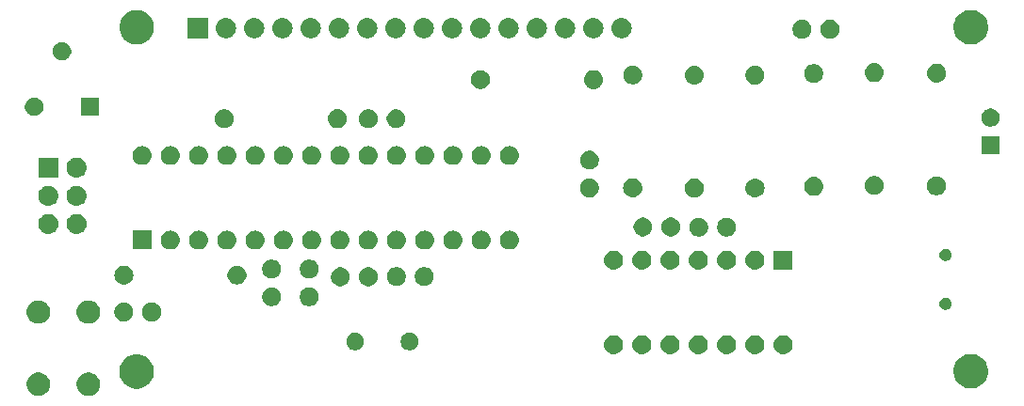
<source format=gbr>
G04 #@! TF.GenerationSoftware,KiCad,Pcbnew,(5.0.2)-1*
G04 #@! TF.CreationDate,2019-05-19T15:52:53+03:00*
G04 #@! TF.ProjectId,Skanas_frekvences_noteiksana,536b616e-6173-45f6-9672-656b76656e63,rev?*
G04 #@! TF.SameCoordinates,Original*
G04 #@! TF.FileFunction,Soldermask,Bot*
G04 #@! TF.FilePolarity,Negative*
%FSLAX46Y46*%
G04 Gerber Fmt 4.6, Leading zero omitted, Abs format (unit mm)*
G04 Created by KiCad (PCBNEW (5.0.2)-1) date 5/19/2019 15:52:53*
%MOMM*%
%LPD*%
G01*
G04 APERTURE LIST*
%ADD10C,0.100000*%
G04 APERTURE END LIST*
D10*
G36*
X136674085Y-99456689D02*
X136865354Y-99535915D01*
X137037496Y-99650937D01*
X137183883Y-99797324D01*
X137298905Y-99969466D01*
X137378131Y-100160735D01*
X137418520Y-100363784D01*
X137418520Y-100570816D01*
X137378131Y-100773865D01*
X137298905Y-100965134D01*
X137183883Y-101137276D01*
X137037496Y-101283663D01*
X136865354Y-101398685D01*
X136674085Y-101477911D01*
X136471036Y-101518300D01*
X136264004Y-101518300D01*
X136060955Y-101477911D01*
X135869686Y-101398685D01*
X135697544Y-101283663D01*
X135551157Y-101137276D01*
X135436135Y-100965134D01*
X135356909Y-100773865D01*
X135316520Y-100570816D01*
X135316520Y-100363784D01*
X135356909Y-100160735D01*
X135436135Y-99969466D01*
X135551157Y-99797324D01*
X135697544Y-99650937D01*
X135869686Y-99535915D01*
X136060955Y-99456689D01*
X136264004Y-99416300D01*
X136471036Y-99416300D01*
X136674085Y-99456689D01*
X136674085Y-99456689D01*
G37*
G36*
X132174085Y-99456689D02*
X132365354Y-99535915D01*
X132537496Y-99650937D01*
X132683883Y-99797324D01*
X132798905Y-99969466D01*
X132878131Y-100160735D01*
X132918520Y-100363784D01*
X132918520Y-100570816D01*
X132878131Y-100773865D01*
X132798905Y-100965134D01*
X132683883Y-101137276D01*
X132537496Y-101283663D01*
X132365354Y-101398685D01*
X132174085Y-101477911D01*
X131971036Y-101518300D01*
X131764004Y-101518300D01*
X131560955Y-101477911D01*
X131369686Y-101398685D01*
X131197544Y-101283663D01*
X131051157Y-101137276D01*
X130936135Y-100965134D01*
X130856909Y-100773865D01*
X130816520Y-100570816D01*
X130816520Y-100363784D01*
X130856909Y-100160735D01*
X130936135Y-99969466D01*
X131051157Y-99797324D01*
X131197544Y-99650937D01*
X131369686Y-99535915D01*
X131560955Y-99456689D01*
X131764004Y-99416300D01*
X131971036Y-99416300D01*
X132174085Y-99456689D01*
X132174085Y-99456689D01*
G37*
G36*
X141055827Y-97815436D02*
X141155710Y-97835304D01*
X141437974Y-97952221D01*
X141692005Y-98121959D01*
X141908041Y-98337995D01*
X142077779Y-98592026D01*
X142194696Y-98874290D01*
X142194696Y-98874291D01*
X142254300Y-99173938D01*
X142254300Y-99479462D01*
X142220192Y-99650935D01*
X142194696Y-99779110D01*
X142077779Y-100061374D01*
X141908041Y-100315405D01*
X141692005Y-100531441D01*
X141437974Y-100701179D01*
X141155710Y-100818096D01*
X141055827Y-100837964D01*
X140856062Y-100877700D01*
X140550538Y-100877700D01*
X140350773Y-100837964D01*
X140250890Y-100818096D01*
X139968626Y-100701179D01*
X139714595Y-100531441D01*
X139498559Y-100315405D01*
X139328821Y-100061374D01*
X139211904Y-99779110D01*
X139186408Y-99650935D01*
X139152300Y-99479462D01*
X139152300Y-99173938D01*
X139211904Y-98874291D01*
X139211904Y-98874290D01*
X139328821Y-98592026D01*
X139498559Y-98337995D01*
X139714595Y-98121959D01*
X139968626Y-97952221D01*
X140250890Y-97835304D01*
X140350773Y-97815436D01*
X140550538Y-97775700D01*
X140856062Y-97775700D01*
X141055827Y-97815436D01*
X141055827Y-97815436D01*
G37*
G36*
X216049327Y-97802736D02*
X216149210Y-97822604D01*
X216431474Y-97939521D01*
X216685505Y-98109259D01*
X216901541Y-98325295D01*
X217071279Y-98579326D01*
X217076539Y-98592026D01*
X217188196Y-98861591D01*
X217247800Y-99161238D01*
X217247800Y-99466762D01*
X217234044Y-99535915D01*
X217188196Y-99766410D01*
X217071279Y-100048674D01*
X216901541Y-100302705D01*
X216685505Y-100518741D01*
X216431474Y-100688479D01*
X216149210Y-100805396D01*
X216049327Y-100825264D01*
X215849562Y-100865000D01*
X215544038Y-100865000D01*
X215344273Y-100825264D01*
X215244390Y-100805396D01*
X214962126Y-100688479D01*
X214708095Y-100518741D01*
X214492059Y-100302705D01*
X214322321Y-100048674D01*
X214205404Y-99766410D01*
X214159556Y-99535915D01*
X214145800Y-99466762D01*
X214145800Y-99161238D01*
X214205404Y-98861591D01*
X214317061Y-98592026D01*
X214322321Y-98579326D01*
X214492059Y-98325295D01*
X214708095Y-98109259D01*
X214962126Y-97939521D01*
X215244390Y-97822604D01*
X215344273Y-97802736D01*
X215544038Y-97763000D01*
X215849562Y-97763000D01*
X216049327Y-97802736D01*
X216049327Y-97802736D01*
G37*
G36*
X198985321Y-96075013D02*
X198985324Y-96075014D01*
X198985325Y-96075014D01*
X199145739Y-96123675D01*
X199145741Y-96123676D01*
X199145744Y-96123677D01*
X199293578Y-96202695D01*
X199423159Y-96309041D01*
X199529505Y-96438622D01*
X199608523Y-96586456D01*
X199657187Y-96746879D01*
X199673617Y-96913700D01*
X199657187Y-97080521D01*
X199608523Y-97240944D01*
X199529505Y-97388778D01*
X199423159Y-97518359D01*
X199293578Y-97624705D01*
X199145744Y-97703723D01*
X199145741Y-97703724D01*
X199145739Y-97703725D01*
X198985325Y-97752386D01*
X198985324Y-97752386D01*
X198985321Y-97752387D01*
X198860304Y-97764700D01*
X198776696Y-97764700D01*
X198651679Y-97752387D01*
X198651676Y-97752386D01*
X198651675Y-97752386D01*
X198491261Y-97703725D01*
X198491259Y-97703724D01*
X198491256Y-97703723D01*
X198343422Y-97624705D01*
X198213841Y-97518359D01*
X198107495Y-97388778D01*
X198028477Y-97240944D01*
X197979813Y-97080521D01*
X197963383Y-96913700D01*
X197979813Y-96746879D01*
X198028477Y-96586456D01*
X198107495Y-96438622D01*
X198213841Y-96309041D01*
X198343422Y-96202695D01*
X198491256Y-96123677D01*
X198491259Y-96123676D01*
X198491261Y-96123675D01*
X198651675Y-96075014D01*
X198651676Y-96075014D01*
X198651679Y-96075013D01*
X198776696Y-96062700D01*
X198860304Y-96062700D01*
X198985321Y-96075013D01*
X198985321Y-96075013D01*
G37*
G36*
X196445321Y-96075013D02*
X196445324Y-96075014D01*
X196445325Y-96075014D01*
X196605739Y-96123675D01*
X196605741Y-96123676D01*
X196605744Y-96123677D01*
X196753578Y-96202695D01*
X196883159Y-96309041D01*
X196989505Y-96438622D01*
X197068523Y-96586456D01*
X197117187Y-96746879D01*
X197133617Y-96913700D01*
X197117187Y-97080521D01*
X197068523Y-97240944D01*
X196989505Y-97388778D01*
X196883159Y-97518359D01*
X196753578Y-97624705D01*
X196605744Y-97703723D01*
X196605741Y-97703724D01*
X196605739Y-97703725D01*
X196445325Y-97752386D01*
X196445324Y-97752386D01*
X196445321Y-97752387D01*
X196320304Y-97764700D01*
X196236696Y-97764700D01*
X196111679Y-97752387D01*
X196111676Y-97752386D01*
X196111675Y-97752386D01*
X195951261Y-97703725D01*
X195951259Y-97703724D01*
X195951256Y-97703723D01*
X195803422Y-97624705D01*
X195673841Y-97518359D01*
X195567495Y-97388778D01*
X195488477Y-97240944D01*
X195439813Y-97080521D01*
X195423383Y-96913700D01*
X195439813Y-96746879D01*
X195488477Y-96586456D01*
X195567495Y-96438622D01*
X195673841Y-96309041D01*
X195803422Y-96202695D01*
X195951256Y-96123677D01*
X195951259Y-96123676D01*
X195951261Y-96123675D01*
X196111675Y-96075014D01*
X196111676Y-96075014D01*
X196111679Y-96075013D01*
X196236696Y-96062700D01*
X196320304Y-96062700D01*
X196445321Y-96075013D01*
X196445321Y-96075013D01*
G37*
G36*
X193905321Y-96075013D02*
X193905324Y-96075014D01*
X193905325Y-96075014D01*
X194065739Y-96123675D01*
X194065741Y-96123676D01*
X194065744Y-96123677D01*
X194213578Y-96202695D01*
X194343159Y-96309041D01*
X194449505Y-96438622D01*
X194528523Y-96586456D01*
X194577187Y-96746879D01*
X194593617Y-96913700D01*
X194577187Y-97080521D01*
X194528523Y-97240944D01*
X194449505Y-97388778D01*
X194343159Y-97518359D01*
X194213578Y-97624705D01*
X194065744Y-97703723D01*
X194065741Y-97703724D01*
X194065739Y-97703725D01*
X193905325Y-97752386D01*
X193905324Y-97752386D01*
X193905321Y-97752387D01*
X193780304Y-97764700D01*
X193696696Y-97764700D01*
X193571679Y-97752387D01*
X193571676Y-97752386D01*
X193571675Y-97752386D01*
X193411261Y-97703725D01*
X193411259Y-97703724D01*
X193411256Y-97703723D01*
X193263422Y-97624705D01*
X193133841Y-97518359D01*
X193027495Y-97388778D01*
X192948477Y-97240944D01*
X192899813Y-97080521D01*
X192883383Y-96913700D01*
X192899813Y-96746879D01*
X192948477Y-96586456D01*
X193027495Y-96438622D01*
X193133841Y-96309041D01*
X193263422Y-96202695D01*
X193411256Y-96123677D01*
X193411259Y-96123676D01*
X193411261Y-96123675D01*
X193571675Y-96075014D01*
X193571676Y-96075014D01*
X193571679Y-96075013D01*
X193696696Y-96062700D01*
X193780304Y-96062700D01*
X193905321Y-96075013D01*
X193905321Y-96075013D01*
G37*
G36*
X191365321Y-96075013D02*
X191365324Y-96075014D01*
X191365325Y-96075014D01*
X191525739Y-96123675D01*
X191525741Y-96123676D01*
X191525744Y-96123677D01*
X191673578Y-96202695D01*
X191803159Y-96309041D01*
X191909505Y-96438622D01*
X191988523Y-96586456D01*
X192037187Y-96746879D01*
X192053617Y-96913700D01*
X192037187Y-97080521D01*
X191988523Y-97240944D01*
X191909505Y-97388778D01*
X191803159Y-97518359D01*
X191673578Y-97624705D01*
X191525744Y-97703723D01*
X191525741Y-97703724D01*
X191525739Y-97703725D01*
X191365325Y-97752386D01*
X191365324Y-97752386D01*
X191365321Y-97752387D01*
X191240304Y-97764700D01*
X191156696Y-97764700D01*
X191031679Y-97752387D01*
X191031676Y-97752386D01*
X191031675Y-97752386D01*
X190871261Y-97703725D01*
X190871259Y-97703724D01*
X190871256Y-97703723D01*
X190723422Y-97624705D01*
X190593841Y-97518359D01*
X190487495Y-97388778D01*
X190408477Y-97240944D01*
X190359813Y-97080521D01*
X190343383Y-96913700D01*
X190359813Y-96746879D01*
X190408477Y-96586456D01*
X190487495Y-96438622D01*
X190593841Y-96309041D01*
X190723422Y-96202695D01*
X190871256Y-96123677D01*
X190871259Y-96123676D01*
X190871261Y-96123675D01*
X191031675Y-96075014D01*
X191031676Y-96075014D01*
X191031679Y-96075013D01*
X191156696Y-96062700D01*
X191240304Y-96062700D01*
X191365321Y-96075013D01*
X191365321Y-96075013D01*
G37*
G36*
X188825321Y-96075013D02*
X188825324Y-96075014D01*
X188825325Y-96075014D01*
X188985739Y-96123675D01*
X188985741Y-96123676D01*
X188985744Y-96123677D01*
X189133578Y-96202695D01*
X189263159Y-96309041D01*
X189369505Y-96438622D01*
X189448523Y-96586456D01*
X189497187Y-96746879D01*
X189513617Y-96913700D01*
X189497187Y-97080521D01*
X189448523Y-97240944D01*
X189369505Y-97388778D01*
X189263159Y-97518359D01*
X189133578Y-97624705D01*
X188985744Y-97703723D01*
X188985741Y-97703724D01*
X188985739Y-97703725D01*
X188825325Y-97752386D01*
X188825324Y-97752386D01*
X188825321Y-97752387D01*
X188700304Y-97764700D01*
X188616696Y-97764700D01*
X188491679Y-97752387D01*
X188491676Y-97752386D01*
X188491675Y-97752386D01*
X188331261Y-97703725D01*
X188331259Y-97703724D01*
X188331256Y-97703723D01*
X188183422Y-97624705D01*
X188053841Y-97518359D01*
X187947495Y-97388778D01*
X187868477Y-97240944D01*
X187819813Y-97080521D01*
X187803383Y-96913700D01*
X187819813Y-96746879D01*
X187868477Y-96586456D01*
X187947495Y-96438622D01*
X188053841Y-96309041D01*
X188183422Y-96202695D01*
X188331256Y-96123677D01*
X188331259Y-96123676D01*
X188331261Y-96123675D01*
X188491675Y-96075014D01*
X188491676Y-96075014D01*
X188491679Y-96075013D01*
X188616696Y-96062700D01*
X188700304Y-96062700D01*
X188825321Y-96075013D01*
X188825321Y-96075013D01*
G37*
G36*
X186285321Y-96075013D02*
X186285324Y-96075014D01*
X186285325Y-96075014D01*
X186445739Y-96123675D01*
X186445741Y-96123676D01*
X186445744Y-96123677D01*
X186593578Y-96202695D01*
X186723159Y-96309041D01*
X186829505Y-96438622D01*
X186908523Y-96586456D01*
X186957187Y-96746879D01*
X186973617Y-96913700D01*
X186957187Y-97080521D01*
X186908523Y-97240944D01*
X186829505Y-97388778D01*
X186723159Y-97518359D01*
X186593578Y-97624705D01*
X186445744Y-97703723D01*
X186445741Y-97703724D01*
X186445739Y-97703725D01*
X186285325Y-97752386D01*
X186285324Y-97752386D01*
X186285321Y-97752387D01*
X186160304Y-97764700D01*
X186076696Y-97764700D01*
X185951679Y-97752387D01*
X185951676Y-97752386D01*
X185951675Y-97752386D01*
X185791261Y-97703725D01*
X185791259Y-97703724D01*
X185791256Y-97703723D01*
X185643422Y-97624705D01*
X185513841Y-97518359D01*
X185407495Y-97388778D01*
X185328477Y-97240944D01*
X185279813Y-97080521D01*
X185263383Y-96913700D01*
X185279813Y-96746879D01*
X185328477Y-96586456D01*
X185407495Y-96438622D01*
X185513841Y-96309041D01*
X185643422Y-96202695D01*
X185791256Y-96123677D01*
X185791259Y-96123676D01*
X185791261Y-96123675D01*
X185951675Y-96075014D01*
X185951676Y-96075014D01*
X185951679Y-96075013D01*
X186076696Y-96062700D01*
X186160304Y-96062700D01*
X186285321Y-96075013D01*
X186285321Y-96075013D01*
G37*
G36*
X183745321Y-96075013D02*
X183745324Y-96075014D01*
X183745325Y-96075014D01*
X183905739Y-96123675D01*
X183905741Y-96123676D01*
X183905744Y-96123677D01*
X184053578Y-96202695D01*
X184183159Y-96309041D01*
X184289505Y-96438622D01*
X184368523Y-96586456D01*
X184417187Y-96746879D01*
X184433617Y-96913700D01*
X184417187Y-97080521D01*
X184368523Y-97240944D01*
X184289505Y-97388778D01*
X184183159Y-97518359D01*
X184053578Y-97624705D01*
X183905744Y-97703723D01*
X183905741Y-97703724D01*
X183905739Y-97703725D01*
X183745325Y-97752386D01*
X183745324Y-97752386D01*
X183745321Y-97752387D01*
X183620304Y-97764700D01*
X183536696Y-97764700D01*
X183411679Y-97752387D01*
X183411676Y-97752386D01*
X183411675Y-97752386D01*
X183251261Y-97703725D01*
X183251259Y-97703724D01*
X183251256Y-97703723D01*
X183103422Y-97624705D01*
X182973841Y-97518359D01*
X182867495Y-97388778D01*
X182788477Y-97240944D01*
X182739813Y-97080521D01*
X182723383Y-96913700D01*
X182739813Y-96746879D01*
X182788477Y-96586456D01*
X182867495Y-96438622D01*
X182973841Y-96309041D01*
X183103422Y-96202695D01*
X183251256Y-96123677D01*
X183251259Y-96123676D01*
X183251261Y-96123675D01*
X183411675Y-96075014D01*
X183411676Y-96075014D01*
X183411679Y-96075013D01*
X183536696Y-96062700D01*
X183620304Y-96062700D01*
X183745321Y-96075013D01*
X183745321Y-96075013D01*
G37*
G36*
X160578763Y-95856461D02*
X160724535Y-95916842D01*
X160855731Y-96004504D01*
X160967296Y-96116069D01*
X161054958Y-96247265D01*
X161115339Y-96393037D01*
X161146120Y-96547787D01*
X161146120Y-96705573D01*
X161115339Y-96860323D01*
X161054958Y-97006095D01*
X160967296Y-97137291D01*
X160855731Y-97248856D01*
X160724535Y-97336518D01*
X160578763Y-97396899D01*
X160424013Y-97427680D01*
X160266227Y-97427680D01*
X160111477Y-97396899D01*
X159965705Y-97336518D01*
X159834509Y-97248856D01*
X159722944Y-97137291D01*
X159635282Y-97006095D01*
X159574901Y-96860323D01*
X159544120Y-96705573D01*
X159544120Y-96547787D01*
X159574901Y-96393037D01*
X159635282Y-96247265D01*
X159722944Y-96116069D01*
X159834509Y-96004504D01*
X159965705Y-95916842D01*
X160111477Y-95856461D01*
X160266227Y-95825680D01*
X160424013Y-95825680D01*
X160578763Y-95856461D01*
X160578763Y-95856461D01*
G37*
G36*
X165478763Y-95856461D02*
X165624535Y-95916842D01*
X165755731Y-96004504D01*
X165867296Y-96116069D01*
X165954958Y-96247265D01*
X166015339Y-96393037D01*
X166046120Y-96547787D01*
X166046120Y-96705573D01*
X166015339Y-96860323D01*
X165954958Y-97006095D01*
X165867296Y-97137291D01*
X165755731Y-97248856D01*
X165624535Y-97336518D01*
X165478763Y-97396899D01*
X165324013Y-97427680D01*
X165166227Y-97427680D01*
X165011477Y-97396899D01*
X164865705Y-97336518D01*
X164734509Y-97248856D01*
X164622944Y-97137291D01*
X164535282Y-97006095D01*
X164474901Y-96860323D01*
X164444120Y-96705573D01*
X164444120Y-96547787D01*
X164474901Y-96393037D01*
X164535282Y-96247265D01*
X164622944Y-96116069D01*
X164734509Y-96004504D01*
X164865705Y-95916842D01*
X165011477Y-95856461D01*
X165166227Y-95825680D01*
X165324013Y-95825680D01*
X165478763Y-95856461D01*
X165478763Y-95856461D01*
G37*
G36*
X136674085Y-92956689D02*
X136865354Y-93035915D01*
X137037496Y-93150937D01*
X137183883Y-93297324D01*
X137298905Y-93469466D01*
X137378131Y-93660735D01*
X137418520Y-93863784D01*
X137418520Y-94070816D01*
X137378131Y-94273865D01*
X137298905Y-94465134D01*
X137183883Y-94637276D01*
X137037496Y-94783663D01*
X136865354Y-94898685D01*
X136674085Y-94977911D01*
X136471036Y-95018300D01*
X136264004Y-95018300D01*
X136060955Y-94977911D01*
X135869686Y-94898685D01*
X135697544Y-94783663D01*
X135551157Y-94637276D01*
X135436135Y-94465134D01*
X135356909Y-94273865D01*
X135316520Y-94070816D01*
X135316520Y-93863784D01*
X135356909Y-93660735D01*
X135436135Y-93469466D01*
X135551157Y-93297324D01*
X135697544Y-93150937D01*
X135869686Y-93035915D01*
X136060955Y-92956689D01*
X136264004Y-92916300D01*
X136471036Y-92916300D01*
X136674085Y-92956689D01*
X136674085Y-92956689D01*
G37*
G36*
X132174085Y-92956689D02*
X132365354Y-93035915D01*
X132537496Y-93150937D01*
X132683883Y-93297324D01*
X132798905Y-93469466D01*
X132878131Y-93660735D01*
X132918520Y-93863784D01*
X132918520Y-94070816D01*
X132878131Y-94273865D01*
X132798905Y-94465134D01*
X132683883Y-94637276D01*
X132537496Y-94783663D01*
X132365354Y-94898685D01*
X132174085Y-94977911D01*
X131971036Y-95018300D01*
X131764004Y-95018300D01*
X131560955Y-94977911D01*
X131369686Y-94898685D01*
X131197544Y-94783663D01*
X131051157Y-94637276D01*
X130936135Y-94465134D01*
X130856909Y-94273865D01*
X130816520Y-94070816D01*
X130816520Y-93863784D01*
X130856909Y-93660735D01*
X130936135Y-93469466D01*
X131051157Y-93297324D01*
X131197544Y-93150937D01*
X131369686Y-93035915D01*
X131560955Y-92956689D01*
X131764004Y-92916300D01*
X131971036Y-92916300D01*
X132174085Y-92956689D01*
X132174085Y-92956689D01*
G37*
G36*
X139800268Y-93146463D02*
X139955140Y-93210613D01*
X140094521Y-93303745D01*
X140213055Y-93422279D01*
X140306187Y-93561660D01*
X140370337Y-93716532D01*
X140403040Y-93880944D01*
X140403040Y-94048576D01*
X140370337Y-94212988D01*
X140306187Y-94367860D01*
X140213055Y-94507241D01*
X140094521Y-94625775D01*
X139955140Y-94718907D01*
X139800268Y-94783057D01*
X139635856Y-94815760D01*
X139468224Y-94815760D01*
X139303812Y-94783057D01*
X139148940Y-94718907D01*
X139009559Y-94625775D01*
X138891025Y-94507241D01*
X138797893Y-94367860D01*
X138733743Y-94212988D01*
X138701040Y-94048576D01*
X138701040Y-93880944D01*
X138733743Y-93716532D01*
X138797893Y-93561660D01*
X138891025Y-93422279D01*
X139009559Y-93303745D01*
X139148940Y-93210613D01*
X139303812Y-93146463D01*
X139468224Y-93113760D01*
X139635856Y-93113760D01*
X139800268Y-93146463D01*
X139800268Y-93146463D01*
G37*
G36*
X142300268Y-93146463D02*
X142455140Y-93210613D01*
X142594521Y-93303745D01*
X142713055Y-93422279D01*
X142806187Y-93561660D01*
X142870337Y-93716532D01*
X142903040Y-93880944D01*
X142903040Y-94048576D01*
X142870337Y-94212988D01*
X142806187Y-94367860D01*
X142713055Y-94507241D01*
X142594521Y-94625775D01*
X142455140Y-94718907D01*
X142300268Y-94783057D01*
X142135856Y-94815760D01*
X141968224Y-94815760D01*
X141803812Y-94783057D01*
X141648940Y-94718907D01*
X141509559Y-94625775D01*
X141391025Y-94507241D01*
X141297893Y-94367860D01*
X141233743Y-94212988D01*
X141201040Y-94048576D01*
X141201040Y-93880944D01*
X141233743Y-93716532D01*
X141297893Y-93561660D01*
X141391025Y-93422279D01*
X141509559Y-93303745D01*
X141648940Y-93210613D01*
X141803812Y-93146463D01*
X141968224Y-93113760D01*
X142135856Y-93113760D01*
X142300268Y-93146463D01*
X142300268Y-93146463D01*
G37*
G36*
X213568981Y-92688534D02*
X213669255Y-92730069D01*
X213759505Y-92790372D01*
X213836248Y-92867115D01*
X213896551Y-92957365D01*
X213938086Y-93057639D01*
X213959260Y-93164090D01*
X213959260Y-93272630D01*
X213938086Y-93379081D01*
X213896551Y-93479355D01*
X213836248Y-93569605D01*
X213759505Y-93646348D01*
X213669255Y-93706651D01*
X213568981Y-93748186D01*
X213462530Y-93769360D01*
X213353990Y-93769360D01*
X213247539Y-93748186D01*
X213147265Y-93706651D01*
X213057015Y-93646348D01*
X212980272Y-93569605D01*
X212919969Y-93479355D01*
X212878434Y-93379081D01*
X212857260Y-93272630D01*
X212857260Y-93164090D01*
X212878434Y-93057639D01*
X212919969Y-92957365D01*
X212980272Y-92867115D01*
X213057015Y-92790372D01*
X213147265Y-92730069D01*
X213247539Y-92688534D01*
X213353990Y-92667360D01*
X213462530Y-92667360D01*
X213568981Y-92688534D01*
X213568981Y-92688534D01*
G37*
G36*
X156463308Y-91775503D02*
X156618180Y-91839653D01*
X156757561Y-91932785D01*
X156876095Y-92051319D01*
X156969227Y-92190700D01*
X157033377Y-92345572D01*
X157066080Y-92509984D01*
X157066080Y-92677616D01*
X157033377Y-92842028D01*
X156969227Y-92996900D01*
X156876095Y-93136281D01*
X156757561Y-93254815D01*
X156618180Y-93347947D01*
X156463308Y-93412097D01*
X156298896Y-93444800D01*
X156131264Y-93444800D01*
X155966852Y-93412097D01*
X155811980Y-93347947D01*
X155672599Y-93254815D01*
X155554065Y-93136281D01*
X155460933Y-92996900D01*
X155396783Y-92842028D01*
X155364080Y-92677616D01*
X155364080Y-92509984D01*
X155396783Y-92345572D01*
X155460933Y-92190700D01*
X155554065Y-92051319D01*
X155672599Y-91932785D01*
X155811980Y-91839653D01*
X155966852Y-91775503D01*
X156131264Y-91742800D01*
X156298896Y-91742800D01*
X156463308Y-91775503D01*
X156463308Y-91775503D01*
G37*
G36*
X153095268Y-91775503D02*
X153250140Y-91839653D01*
X153389521Y-91932785D01*
X153508055Y-92051319D01*
X153601187Y-92190700D01*
X153665337Y-92345572D01*
X153698040Y-92509984D01*
X153698040Y-92677616D01*
X153665337Y-92842028D01*
X153601187Y-92996900D01*
X153508055Y-93136281D01*
X153389521Y-93254815D01*
X153250140Y-93347947D01*
X153095268Y-93412097D01*
X152930856Y-93444800D01*
X152763224Y-93444800D01*
X152598812Y-93412097D01*
X152443940Y-93347947D01*
X152304559Y-93254815D01*
X152186025Y-93136281D01*
X152092893Y-92996900D01*
X152028743Y-92842028D01*
X151996040Y-92677616D01*
X151996040Y-92509984D01*
X152028743Y-92345572D01*
X152092893Y-92190700D01*
X152186025Y-92051319D01*
X152304559Y-91932785D01*
X152443940Y-91839653D01*
X152598812Y-91775503D01*
X152763224Y-91742800D01*
X152930856Y-91742800D01*
X153095268Y-91775503D01*
X153095268Y-91775503D01*
G37*
G36*
X161771908Y-89981623D02*
X161926780Y-90045773D01*
X162066161Y-90138905D01*
X162184695Y-90257439D01*
X162277827Y-90396820D01*
X162341977Y-90551692D01*
X162374680Y-90716104D01*
X162374680Y-90883736D01*
X162341977Y-91048148D01*
X162277827Y-91203020D01*
X162184695Y-91342401D01*
X162066161Y-91460935D01*
X161926780Y-91554067D01*
X161771908Y-91618217D01*
X161607496Y-91650920D01*
X161439864Y-91650920D01*
X161275452Y-91618217D01*
X161120580Y-91554067D01*
X160981199Y-91460935D01*
X160862665Y-91342401D01*
X160769533Y-91203020D01*
X160705383Y-91048148D01*
X160672680Y-90883736D01*
X160672680Y-90716104D01*
X160705383Y-90551692D01*
X160769533Y-90396820D01*
X160862665Y-90257439D01*
X160981199Y-90138905D01*
X161120580Y-90045773D01*
X161275452Y-89981623D01*
X161439864Y-89948920D01*
X161607496Y-89948920D01*
X161771908Y-89981623D01*
X161771908Y-89981623D01*
G37*
G36*
X159271908Y-89981623D02*
X159426780Y-90045773D01*
X159566161Y-90138905D01*
X159684695Y-90257439D01*
X159777827Y-90396820D01*
X159841977Y-90551692D01*
X159874680Y-90716104D01*
X159874680Y-90883736D01*
X159841977Y-91048148D01*
X159777827Y-91203020D01*
X159684695Y-91342401D01*
X159566161Y-91460935D01*
X159426780Y-91554067D01*
X159271908Y-91618217D01*
X159107496Y-91650920D01*
X158939864Y-91650920D01*
X158775452Y-91618217D01*
X158620580Y-91554067D01*
X158481199Y-91460935D01*
X158362665Y-91342401D01*
X158269533Y-91203020D01*
X158205383Y-91048148D01*
X158172680Y-90883736D01*
X158172680Y-90716104D01*
X158205383Y-90551692D01*
X158269533Y-90396820D01*
X158362665Y-90257439D01*
X158481199Y-90138905D01*
X158620580Y-90045773D01*
X158775452Y-89981623D01*
X158939864Y-89948920D01*
X159107496Y-89948920D01*
X159271908Y-89981623D01*
X159271908Y-89981623D01*
G37*
G36*
X164301748Y-89956223D02*
X164456620Y-90020373D01*
X164596001Y-90113505D01*
X164714535Y-90232039D01*
X164807667Y-90371420D01*
X164871817Y-90526292D01*
X164904520Y-90690704D01*
X164904520Y-90858336D01*
X164871817Y-91022748D01*
X164807667Y-91177620D01*
X164714535Y-91317001D01*
X164596001Y-91435535D01*
X164456620Y-91528667D01*
X164301748Y-91592817D01*
X164137336Y-91625520D01*
X163969704Y-91625520D01*
X163805292Y-91592817D01*
X163650420Y-91528667D01*
X163511039Y-91435535D01*
X163392505Y-91317001D01*
X163299373Y-91177620D01*
X163235223Y-91022748D01*
X163202520Y-90858336D01*
X163202520Y-90690704D01*
X163235223Y-90526292D01*
X163299373Y-90371420D01*
X163392505Y-90232039D01*
X163511039Y-90113505D01*
X163650420Y-90020373D01*
X163805292Y-89956223D01*
X163969704Y-89923520D01*
X164137336Y-89923520D01*
X164301748Y-89956223D01*
X164301748Y-89956223D01*
G37*
G36*
X166801748Y-89956223D02*
X166956620Y-90020373D01*
X167096001Y-90113505D01*
X167214535Y-90232039D01*
X167307667Y-90371420D01*
X167371817Y-90526292D01*
X167404520Y-90690704D01*
X167404520Y-90858336D01*
X167371817Y-91022748D01*
X167307667Y-91177620D01*
X167214535Y-91317001D01*
X167096001Y-91435535D01*
X166956620Y-91528667D01*
X166801748Y-91592817D01*
X166637336Y-91625520D01*
X166469704Y-91625520D01*
X166305292Y-91592817D01*
X166150420Y-91528667D01*
X166011039Y-91435535D01*
X165892505Y-91317001D01*
X165799373Y-91177620D01*
X165735223Y-91022748D01*
X165702520Y-90858336D01*
X165702520Y-90690704D01*
X165735223Y-90526292D01*
X165799373Y-90371420D01*
X165892505Y-90232039D01*
X166011039Y-90113505D01*
X166150420Y-90020373D01*
X166305292Y-89956223D01*
X166469704Y-89923520D01*
X166637336Y-89923520D01*
X166801748Y-89956223D01*
X166801748Y-89956223D01*
G37*
G36*
X139729661Y-89808833D02*
X139729664Y-89808834D01*
X139729665Y-89808834D01*
X139890079Y-89857495D01*
X139890081Y-89857496D01*
X139890084Y-89857497D01*
X140037918Y-89936515D01*
X140167499Y-90042861D01*
X140273845Y-90172442D01*
X140352863Y-90320276D01*
X140352864Y-90320279D01*
X140352865Y-90320281D01*
X140401526Y-90480695D01*
X140401527Y-90480699D01*
X140417957Y-90647520D01*
X140401527Y-90814341D01*
X140401526Y-90814344D01*
X140401526Y-90814345D01*
X140371874Y-90912096D01*
X140352863Y-90974764D01*
X140273845Y-91122598D01*
X140167499Y-91252179D01*
X140037918Y-91358525D01*
X139890084Y-91437543D01*
X139890081Y-91437544D01*
X139890079Y-91437545D01*
X139729665Y-91486206D01*
X139729664Y-91486206D01*
X139729661Y-91486207D01*
X139604644Y-91498520D01*
X139521036Y-91498520D01*
X139396019Y-91486207D01*
X139396016Y-91486206D01*
X139396015Y-91486206D01*
X139235601Y-91437545D01*
X139235599Y-91437544D01*
X139235596Y-91437543D01*
X139087762Y-91358525D01*
X138958181Y-91252179D01*
X138851835Y-91122598D01*
X138772817Y-90974764D01*
X138753807Y-90912096D01*
X138724154Y-90814345D01*
X138724154Y-90814344D01*
X138724153Y-90814341D01*
X138707723Y-90647520D01*
X138724153Y-90480699D01*
X138724154Y-90480695D01*
X138772815Y-90320281D01*
X138772816Y-90320279D01*
X138772817Y-90320276D01*
X138851835Y-90172442D01*
X138958181Y-90042861D01*
X139087762Y-89936515D01*
X139235596Y-89857497D01*
X139235599Y-89857496D01*
X139235601Y-89857495D01*
X139396015Y-89808834D01*
X139396016Y-89808834D01*
X139396019Y-89808833D01*
X139521036Y-89796520D01*
X139604644Y-89796520D01*
X139729661Y-89808833D01*
X139729661Y-89808833D01*
G37*
G36*
X149971068Y-89829223D02*
X150125940Y-89893373D01*
X150265321Y-89986505D01*
X150383855Y-90105039D01*
X150476987Y-90244420D01*
X150541137Y-90399292D01*
X150573840Y-90563704D01*
X150573840Y-90731336D01*
X150541137Y-90895748D01*
X150476987Y-91050620D01*
X150383855Y-91190001D01*
X150265321Y-91308535D01*
X150125940Y-91401667D01*
X149971068Y-91465817D01*
X149806656Y-91498520D01*
X149639024Y-91498520D01*
X149474612Y-91465817D01*
X149319740Y-91401667D01*
X149180359Y-91308535D01*
X149061825Y-91190001D01*
X148968693Y-91050620D01*
X148904543Y-90895748D01*
X148871840Y-90731336D01*
X148871840Y-90563704D01*
X148904543Y-90399292D01*
X148968693Y-90244420D01*
X149061825Y-90105039D01*
X149180359Y-89986505D01*
X149319740Y-89893373D01*
X149474612Y-89829223D01*
X149639024Y-89796520D01*
X149806656Y-89796520D01*
X149971068Y-89829223D01*
X149971068Y-89829223D01*
G37*
G36*
X153095268Y-89275503D02*
X153250140Y-89339653D01*
X153389521Y-89432785D01*
X153508055Y-89551319D01*
X153601187Y-89690700D01*
X153665337Y-89845572D01*
X153698040Y-90009984D01*
X153698040Y-90177616D01*
X153665337Y-90342028D01*
X153601187Y-90496900D01*
X153508055Y-90636281D01*
X153389521Y-90754815D01*
X153250140Y-90847947D01*
X153095268Y-90912097D01*
X152930856Y-90944800D01*
X152763224Y-90944800D01*
X152598812Y-90912097D01*
X152443940Y-90847947D01*
X152304559Y-90754815D01*
X152186025Y-90636281D01*
X152092893Y-90496900D01*
X152028743Y-90342028D01*
X151996040Y-90177616D01*
X151996040Y-90009984D01*
X152028743Y-89845572D01*
X152092893Y-89690700D01*
X152186025Y-89551319D01*
X152304559Y-89432785D01*
X152443940Y-89339653D01*
X152598812Y-89275503D01*
X152763224Y-89242800D01*
X152930856Y-89242800D01*
X153095268Y-89275503D01*
X153095268Y-89275503D01*
G37*
G36*
X156463308Y-89275503D02*
X156618180Y-89339653D01*
X156757561Y-89432785D01*
X156876095Y-89551319D01*
X156969227Y-89690700D01*
X157033377Y-89845572D01*
X157066080Y-90009984D01*
X157066080Y-90177616D01*
X157033377Y-90342028D01*
X156969227Y-90496900D01*
X156876095Y-90636281D01*
X156757561Y-90754815D01*
X156618180Y-90847947D01*
X156463308Y-90912097D01*
X156298896Y-90944800D01*
X156131264Y-90944800D01*
X155966852Y-90912097D01*
X155811980Y-90847947D01*
X155672599Y-90754815D01*
X155554065Y-90636281D01*
X155460933Y-90496900D01*
X155396783Y-90342028D01*
X155364080Y-90177616D01*
X155364080Y-90009984D01*
X155396783Y-89845572D01*
X155460933Y-89690700D01*
X155554065Y-89551319D01*
X155672599Y-89432785D01*
X155811980Y-89339653D01*
X155966852Y-89275503D01*
X156131264Y-89242800D01*
X156298896Y-89242800D01*
X156463308Y-89275503D01*
X156463308Y-89275503D01*
G37*
G36*
X186285321Y-88455013D02*
X186285324Y-88455014D01*
X186285325Y-88455014D01*
X186445739Y-88503675D01*
X186445741Y-88503676D01*
X186445744Y-88503677D01*
X186593578Y-88582695D01*
X186723159Y-88689041D01*
X186829505Y-88818622D01*
X186908523Y-88966456D01*
X186957187Y-89126879D01*
X186973617Y-89293700D01*
X186957187Y-89460521D01*
X186908523Y-89620944D01*
X186829505Y-89768778D01*
X186723159Y-89898359D01*
X186593578Y-90004705D01*
X186445744Y-90083723D01*
X186445741Y-90083724D01*
X186445739Y-90083725D01*
X186285325Y-90132386D01*
X186285324Y-90132386D01*
X186285321Y-90132387D01*
X186160304Y-90144700D01*
X186076696Y-90144700D01*
X185951679Y-90132387D01*
X185951676Y-90132386D01*
X185951675Y-90132386D01*
X185791261Y-90083725D01*
X185791259Y-90083724D01*
X185791256Y-90083723D01*
X185643422Y-90004705D01*
X185513841Y-89898359D01*
X185407495Y-89768778D01*
X185328477Y-89620944D01*
X185279813Y-89460521D01*
X185263383Y-89293700D01*
X185279813Y-89126879D01*
X185328477Y-88966456D01*
X185407495Y-88818622D01*
X185513841Y-88689041D01*
X185643422Y-88582695D01*
X185791256Y-88503677D01*
X185791259Y-88503676D01*
X185791261Y-88503675D01*
X185951675Y-88455014D01*
X185951676Y-88455014D01*
X185951679Y-88455013D01*
X186076696Y-88442700D01*
X186160304Y-88442700D01*
X186285321Y-88455013D01*
X186285321Y-88455013D01*
G37*
G36*
X199669500Y-90144700D02*
X197967500Y-90144700D01*
X197967500Y-88442700D01*
X199669500Y-88442700D01*
X199669500Y-90144700D01*
X199669500Y-90144700D01*
G37*
G36*
X191365321Y-88455013D02*
X191365324Y-88455014D01*
X191365325Y-88455014D01*
X191525739Y-88503675D01*
X191525741Y-88503676D01*
X191525744Y-88503677D01*
X191673578Y-88582695D01*
X191803159Y-88689041D01*
X191909505Y-88818622D01*
X191988523Y-88966456D01*
X192037187Y-89126879D01*
X192053617Y-89293700D01*
X192037187Y-89460521D01*
X191988523Y-89620944D01*
X191909505Y-89768778D01*
X191803159Y-89898359D01*
X191673578Y-90004705D01*
X191525744Y-90083723D01*
X191525741Y-90083724D01*
X191525739Y-90083725D01*
X191365325Y-90132386D01*
X191365324Y-90132386D01*
X191365321Y-90132387D01*
X191240304Y-90144700D01*
X191156696Y-90144700D01*
X191031679Y-90132387D01*
X191031676Y-90132386D01*
X191031675Y-90132386D01*
X190871261Y-90083725D01*
X190871259Y-90083724D01*
X190871256Y-90083723D01*
X190723422Y-90004705D01*
X190593841Y-89898359D01*
X190487495Y-89768778D01*
X190408477Y-89620944D01*
X190359813Y-89460521D01*
X190343383Y-89293700D01*
X190359813Y-89126879D01*
X190408477Y-88966456D01*
X190487495Y-88818622D01*
X190593841Y-88689041D01*
X190723422Y-88582695D01*
X190871256Y-88503677D01*
X190871259Y-88503676D01*
X190871261Y-88503675D01*
X191031675Y-88455014D01*
X191031676Y-88455014D01*
X191031679Y-88455013D01*
X191156696Y-88442700D01*
X191240304Y-88442700D01*
X191365321Y-88455013D01*
X191365321Y-88455013D01*
G37*
G36*
X196445321Y-88455013D02*
X196445324Y-88455014D01*
X196445325Y-88455014D01*
X196605739Y-88503675D01*
X196605741Y-88503676D01*
X196605744Y-88503677D01*
X196753578Y-88582695D01*
X196883159Y-88689041D01*
X196989505Y-88818622D01*
X197068523Y-88966456D01*
X197117187Y-89126879D01*
X197133617Y-89293700D01*
X197117187Y-89460521D01*
X197068523Y-89620944D01*
X196989505Y-89768778D01*
X196883159Y-89898359D01*
X196753578Y-90004705D01*
X196605744Y-90083723D01*
X196605741Y-90083724D01*
X196605739Y-90083725D01*
X196445325Y-90132386D01*
X196445324Y-90132386D01*
X196445321Y-90132387D01*
X196320304Y-90144700D01*
X196236696Y-90144700D01*
X196111679Y-90132387D01*
X196111676Y-90132386D01*
X196111675Y-90132386D01*
X195951261Y-90083725D01*
X195951259Y-90083724D01*
X195951256Y-90083723D01*
X195803422Y-90004705D01*
X195673841Y-89898359D01*
X195567495Y-89768778D01*
X195488477Y-89620944D01*
X195439813Y-89460521D01*
X195423383Y-89293700D01*
X195439813Y-89126879D01*
X195488477Y-88966456D01*
X195567495Y-88818622D01*
X195673841Y-88689041D01*
X195803422Y-88582695D01*
X195951256Y-88503677D01*
X195951259Y-88503676D01*
X195951261Y-88503675D01*
X196111675Y-88455014D01*
X196111676Y-88455014D01*
X196111679Y-88455013D01*
X196236696Y-88442700D01*
X196320304Y-88442700D01*
X196445321Y-88455013D01*
X196445321Y-88455013D01*
G37*
G36*
X188825321Y-88455013D02*
X188825324Y-88455014D01*
X188825325Y-88455014D01*
X188985739Y-88503675D01*
X188985741Y-88503676D01*
X188985744Y-88503677D01*
X189133578Y-88582695D01*
X189263159Y-88689041D01*
X189369505Y-88818622D01*
X189448523Y-88966456D01*
X189497187Y-89126879D01*
X189513617Y-89293700D01*
X189497187Y-89460521D01*
X189448523Y-89620944D01*
X189369505Y-89768778D01*
X189263159Y-89898359D01*
X189133578Y-90004705D01*
X188985744Y-90083723D01*
X188985741Y-90083724D01*
X188985739Y-90083725D01*
X188825325Y-90132386D01*
X188825324Y-90132386D01*
X188825321Y-90132387D01*
X188700304Y-90144700D01*
X188616696Y-90144700D01*
X188491679Y-90132387D01*
X188491676Y-90132386D01*
X188491675Y-90132386D01*
X188331261Y-90083725D01*
X188331259Y-90083724D01*
X188331256Y-90083723D01*
X188183422Y-90004705D01*
X188053841Y-89898359D01*
X187947495Y-89768778D01*
X187868477Y-89620944D01*
X187819813Y-89460521D01*
X187803383Y-89293700D01*
X187819813Y-89126879D01*
X187868477Y-88966456D01*
X187947495Y-88818622D01*
X188053841Y-88689041D01*
X188183422Y-88582695D01*
X188331256Y-88503677D01*
X188331259Y-88503676D01*
X188331261Y-88503675D01*
X188491675Y-88455014D01*
X188491676Y-88455014D01*
X188491679Y-88455013D01*
X188616696Y-88442700D01*
X188700304Y-88442700D01*
X188825321Y-88455013D01*
X188825321Y-88455013D01*
G37*
G36*
X183745321Y-88455013D02*
X183745324Y-88455014D01*
X183745325Y-88455014D01*
X183905739Y-88503675D01*
X183905741Y-88503676D01*
X183905744Y-88503677D01*
X184053578Y-88582695D01*
X184183159Y-88689041D01*
X184289505Y-88818622D01*
X184368523Y-88966456D01*
X184417187Y-89126879D01*
X184433617Y-89293700D01*
X184417187Y-89460521D01*
X184368523Y-89620944D01*
X184289505Y-89768778D01*
X184183159Y-89898359D01*
X184053578Y-90004705D01*
X183905744Y-90083723D01*
X183905741Y-90083724D01*
X183905739Y-90083725D01*
X183745325Y-90132386D01*
X183745324Y-90132386D01*
X183745321Y-90132387D01*
X183620304Y-90144700D01*
X183536696Y-90144700D01*
X183411679Y-90132387D01*
X183411676Y-90132386D01*
X183411675Y-90132386D01*
X183251261Y-90083725D01*
X183251259Y-90083724D01*
X183251256Y-90083723D01*
X183103422Y-90004705D01*
X182973841Y-89898359D01*
X182867495Y-89768778D01*
X182788477Y-89620944D01*
X182739813Y-89460521D01*
X182723383Y-89293700D01*
X182739813Y-89126879D01*
X182788477Y-88966456D01*
X182867495Y-88818622D01*
X182973841Y-88689041D01*
X183103422Y-88582695D01*
X183251256Y-88503677D01*
X183251259Y-88503676D01*
X183251261Y-88503675D01*
X183411675Y-88455014D01*
X183411676Y-88455014D01*
X183411679Y-88455013D01*
X183536696Y-88442700D01*
X183620304Y-88442700D01*
X183745321Y-88455013D01*
X183745321Y-88455013D01*
G37*
G36*
X193905321Y-88455013D02*
X193905324Y-88455014D01*
X193905325Y-88455014D01*
X194065739Y-88503675D01*
X194065741Y-88503676D01*
X194065744Y-88503677D01*
X194213578Y-88582695D01*
X194343159Y-88689041D01*
X194449505Y-88818622D01*
X194528523Y-88966456D01*
X194577187Y-89126879D01*
X194593617Y-89293700D01*
X194577187Y-89460521D01*
X194528523Y-89620944D01*
X194449505Y-89768778D01*
X194343159Y-89898359D01*
X194213578Y-90004705D01*
X194065744Y-90083723D01*
X194065741Y-90083724D01*
X194065739Y-90083725D01*
X193905325Y-90132386D01*
X193905324Y-90132386D01*
X193905321Y-90132387D01*
X193780304Y-90144700D01*
X193696696Y-90144700D01*
X193571679Y-90132387D01*
X193571676Y-90132386D01*
X193571675Y-90132386D01*
X193411261Y-90083725D01*
X193411259Y-90083724D01*
X193411256Y-90083723D01*
X193263422Y-90004705D01*
X193133841Y-89898359D01*
X193027495Y-89768778D01*
X192948477Y-89620944D01*
X192899813Y-89460521D01*
X192883383Y-89293700D01*
X192899813Y-89126879D01*
X192948477Y-88966456D01*
X193027495Y-88818622D01*
X193133841Y-88689041D01*
X193263422Y-88582695D01*
X193411256Y-88503677D01*
X193411259Y-88503676D01*
X193411261Y-88503675D01*
X193571675Y-88455014D01*
X193571676Y-88455014D01*
X193571679Y-88455013D01*
X193696696Y-88442700D01*
X193780304Y-88442700D01*
X193905321Y-88455013D01*
X193905321Y-88455013D01*
G37*
G36*
X213568981Y-88288534D02*
X213669255Y-88330069D01*
X213759505Y-88390372D01*
X213836248Y-88467115D01*
X213896551Y-88557365D01*
X213938086Y-88657639D01*
X213959260Y-88764090D01*
X213959260Y-88872630D01*
X213938086Y-88979081D01*
X213896551Y-89079355D01*
X213836248Y-89169605D01*
X213759505Y-89246348D01*
X213669255Y-89306651D01*
X213568981Y-89348186D01*
X213462530Y-89369360D01*
X213353990Y-89369360D01*
X213247539Y-89348186D01*
X213147265Y-89306651D01*
X213057015Y-89246348D01*
X212980272Y-89169605D01*
X212919969Y-89079355D01*
X212878434Y-88979081D01*
X212857260Y-88872630D01*
X212857260Y-88764090D01*
X212878434Y-88657639D01*
X212919969Y-88557365D01*
X212980272Y-88467115D01*
X213057015Y-88390372D01*
X213147265Y-88330069D01*
X213247539Y-88288534D01*
X213353990Y-88267360D01*
X213462530Y-88267360D01*
X213568981Y-88288534D01*
X213568981Y-88288534D01*
G37*
G36*
X148985421Y-86651613D02*
X148985424Y-86651614D01*
X148985425Y-86651614D01*
X149145839Y-86700275D01*
X149145841Y-86700276D01*
X149145844Y-86700277D01*
X149293678Y-86779295D01*
X149423259Y-86885641D01*
X149529605Y-87015222D01*
X149608623Y-87163056D01*
X149608624Y-87163059D01*
X149608625Y-87163061D01*
X149657286Y-87323475D01*
X149657287Y-87323479D01*
X149673717Y-87490300D01*
X149657287Y-87657121D01*
X149608623Y-87817544D01*
X149529605Y-87965378D01*
X149423259Y-88094959D01*
X149293678Y-88201305D01*
X149145844Y-88280323D01*
X149145841Y-88280324D01*
X149145839Y-88280325D01*
X148985425Y-88328986D01*
X148985424Y-88328986D01*
X148985421Y-88328987D01*
X148860404Y-88341300D01*
X148776796Y-88341300D01*
X148651779Y-88328987D01*
X148651776Y-88328986D01*
X148651775Y-88328986D01*
X148491361Y-88280325D01*
X148491359Y-88280324D01*
X148491356Y-88280323D01*
X148343522Y-88201305D01*
X148213941Y-88094959D01*
X148107595Y-87965378D01*
X148028577Y-87817544D01*
X147979913Y-87657121D01*
X147963483Y-87490300D01*
X147979913Y-87323479D01*
X147979914Y-87323475D01*
X148028575Y-87163061D01*
X148028576Y-87163059D01*
X148028577Y-87163056D01*
X148107595Y-87015222D01*
X148213941Y-86885641D01*
X148343522Y-86779295D01*
X148491356Y-86700277D01*
X148491359Y-86700276D01*
X148491361Y-86700275D01*
X148651775Y-86651614D01*
X148651776Y-86651614D01*
X148651779Y-86651613D01*
X148776796Y-86639300D01*
X148860404Y-86639300D01*
X148985421Y-86651613D01*
X148985421Y-86651613D01*
G37*
G36*
X174385421Y-86651613D02*
X174385424Y-86651614D01*
X174385425Y-86651614D01*
X174545839Y-86700275D01*
X174545841Y-86700276D01*
X174545844Y-86700277D01*
X174693678Y-86779295D01*
X174823259Y-86885641D01*
X174929605Y-87015222D01*
X175008623Y-87163056D01*
X175008624Y-87163059D01*
X175008625Y-87163061D01*
X175057286Y-87323475D01*
X175057287Y-87323479D01*
X175073717Y-87490300D01*
X175057287Y-87657121D01*
X175008623Y-87817544D01*
X174929605Y-87965378D01*
X174823259Y-88094959D01*
X174693678Y-88201305D01*
X174545844Y-88280323D01*
X174545841Y-88280324D01*
X174545839Y-88280325D01*
X174385425Y-88328986D01*
X174385424Y-88328986D01*
X174385421Y-88328987D01*
X174260404Y-88341300D01*
X174176796Y-88341300D01*
X174051779Y-88328987D01*
X174051776Y-88328986D01*
X174051775Y-88328986D01*
X173891361Y-88280325D01*
X173891359Y-88280324D01*
X173891356Y-88280323D01*
X173743522Y-88201305D01*
X173613941Y-88094959D01*
X173507595Y-87965378D01*
X173428577Y-87817544D01*
X173379913Y-87657121D01*
X173363483Y-87490300D01*
X173379913Y-87323479D01*
X173379914Y-87323475D01*
X173428575Y-87163061D01*
X173428576Y-87163059D01*
X173428577Y-87163056D01*
X173507595Y-87015222D01*
X173613941Y-86885641D01*
X173743522Y-86779295D01*
X173891356Y-86700277D01*
X173891359Y-86700276D01*
X173891361Y-86700275D01*
X174051775Y-86651614D01*
X174051776Y-86651614D01*
X174051779Y-86651613D01*
X174176796Y-86639300D01*
X174260404Y-86639300D01*
X174385421Y-86651613D01*
X174385421Y-86651613D01*
G37*
G36*
X142049600Y-88341300D02*
X140347600Y-88341300D01*
X140347600Y-86639300D01*
X142049600Y-86639300D01*
X142049600Y-88341300D01*
X142049600Y-88341300D01*
G37*
G36*
X143905421Y-86651613D02*
X143905424Y-86651614D01*
X143905425Y-86651614D01*
X144065839Y-86700275D01*
X144065841Y-86700276D01*
X144065844Y-86700277D01*
X144213678Y-86779295D01*
X144343259Y-86885641D01*
X144449605Y-87015222D01*
X144528623Y-87163056D01*
X144528624Y-87163059D01*
X144528625Y-87163061D01*
X144577286Y-87323475D01*
X144577287Y-87323479D01*
X144593717Y-87490300D01*
X144577287Y-87657121D01*
X144528623Y-87817544D01*
X144449605Y-87965378D01*
X144343259Y-88094959D01*
X144213678Y-88201305D01*
X144065844Y-88280323D01*
X144065841Y-88280324D01*
X144065839Y-88280325D01*
X143905425Y-88328986D01*
X143905424Y-88328986D01*
X143905421Y-88328987D01*
X143780404Y-88341300D01*
X143696796Y-88341300D01*
X143571779Y-88328987D01*
X143571776Y-88328986D01*
X143571775Y-88328986D01*
X143411361Y-88280325D01*
X143411359Y-88280324D01*
X143411356Y-88280323D01*
X143263522Y-88201305D01*
X143133941Y-88094959D01*
X143027595Y-87965378D01*
X142948577Y-87817544D01*
X142899913Y-87657121D01*
X142883483Y-87490300D01*
X142899913Y-87323479D01*
X142899914Y-87323475D01*
X142948575Y-87163061D01*
X142948576Y-87163059D01*
X142948577Y-87163056D01*
X143027595Y-87015222D01*
X143133941Y-86885641D01*
X143263522Y-86779295D01*
X143411356Y-86700277D01*
X143411359Y-86700276D01*
X143411361Y-86700275D01*
X143571775Y-86651614D01*
X143571776Y-86651614D01*
X143571779Y-86651613D01*
X143696796Y-86639300D01*
X143780404Y-86639300D01*
X143905421Y-86651613D01*
X143905421Y-86651613D01*
G37*
G36*
X146445421Y-86651613D02*
X146445424Y-86651614D01*
X146445425Y-86651614D01*
X146605839Y-86700275D01*
X146605841Y-86700276D01*
X146605844Y-86700277D01*
X146753678Y-86779295D01*
X146883259Y-86885641D01*
X146989605Y-87015222D01*
X147068623Y-87163056D01*
X147068624Y-87163059D01*
X147068625Y-87163061D01*
X147117286Y-87323475D01*
X147117287Y-87323479D01*
X147133717Y-87490300D01*
X147117287Y-87657121D01*
X147068623Y-87817544D01*
X146989605Y-87965378D01*
X146883259Y-88094959D01*
X146753678Y-88201305D01*
X146605844Y-88280323D01*
X146605841Y-88280324D01*
X146605839Y-88280325D01*
X146445425Y-88328986D01*
X146445424Y-88328986D01*
X146445421Y-88328987D01*
X146320404Y-88341300D01*
X146236796Y-88341300D01*
X146111779Y-88328987D01*
X146111776Y-88328986D01*
X146111775Y-88328986D01*
X145951361Y-88280325D01*
X145951359Y-88280324D01*
X145951356Y-88280323D01*
X145803522Y-88201305D01*
X145673941Y-88094959D01*
X145567595Y-87965378D01*
X145488577Y-87817544D01*
X145439913Y-87657121D01*
X145423483Y-87490300D01*
X145439913Y-87323479D01*
X145439914Y-87323475D01*
X145488575Y-87163061D01*
X145488576Y-87163059D01*
X145488577Y-87163056D01*
X145567595Y-87015222D01*
X145673941Y-86885641D01*
X145803522Y-86779295D01*
X145951356Y-86700277D01*
X145951359Y-86700276D01*
X145951361Y-86700275D01*
X146111775Y-86651614D01*
X146111776Y-86651614D01*
X146111779Y-86651613D01*
X146236796Y-86639300D01*
X146320404Y-86639300D01*
X146445421Y-86651613D01*
X146445421Y-86651613D01*
G37*
G36*
X151525421Y-86651613D02*
X151525424Y-86651614D01*
X151525425Y-86651614D01*
X151685839Y-86700275D01*
X151685841Y-86700276D01*
X151685844Y-86700277D01*
X151833678Y-86779295D01*
X151963259Y-86885641D01*
X152069605Y-87015222D01*
X152148623Y-87163056D01*
X152148624Y-87163059D01*
X152148625Y-87163061D01*
X152197286Y-87323475D01*
X152197287Y-87323479D01*
X152213717Y-87490300D01*
X152197287Y-87657121D01*
X152148623Y-87817544D01*
X152069605Y-87965378D01*
X151963259Y-88094959D01*
X151833678Y-88201305D01*
X151685844Y-88280323D01*
X151685841Y-88280324D01*
X151685839Y-88280325D01*
X151525425Y-88328986D01*
X151525424Y-88328986D01*
X151525421Y-88328987D01*
X151400404Y-88341300D01*
X151316796Y-88341300D01*
X151191779Y-88328987D01*
X151191776Y-88328986D01*
X151191775Y-88328986D01*
X151031361Y-88280325D01*
X151031359Y-88280324D01*
X151031356Y-88280323D01*
X150883522Y-88201305D01*
X150753941Y-88094959D01*
X150647595Y-87965378D01*
X150568577Y-87817544D01*
X150519913Y-87657121D01*
X150503483Y-87490300D01*
X150519913Y-87323479D01*
X150519914Y-87323475D01*
X150568575Y-87163061D01*
X150568576Y-87163059D01*
X150568577Y-87163056D01*
X150647595Y-87015222D01*
X150753941Y-86885641D01*
X150883522Y-86779295D01*
X151031356Y-86700277D01*
X151031359Y-86700276D01*
X151031361Y-86700275D01*
X151191775Y-86651614D01*
X151191776Y-86651614D01*
X151191779Y-86651613D01*
X151316796Y-86639300D01*
X151400404Y-86639300D01*
X151525421Y-86651613D01*
X151525421Y-86651613D01*
G37*
G36*
X154065421Y-86651613D02*
X154065424Y-86651614D01*
X154065425Y-86651614D01*
X154225839Y-86700275D01*
X154225841Y-86700276D01*
X154225844Y-86700277D01*
X154373678Y-86779295D01*
X154503259Y-86885641D01*
X154609605Y-87015222D01*
X154688623Y-87163056D01*
X154688624Y-87163059D01*
X154688625Y-87163061D01*
X154737286Y-87323475D01*
X154737287Y-87323479D01*
X154753717Y-87490300D01*
X154737287Y-87657121D01*
X154688623Y-87817544D01*
X154609605Y-87965378D01*
X154503259Y-88094959D01*
X154373678Y-88201305D01*
X154225844Y-88280323D01*
X154225841Y-88280324D01*
X154225839Y-88280325D01*
X154065425Y-88328986D01*
X154065424Y-88328986D01*
X154065421Y-88328987D01*
X153940404Y-88341300D01*
X153856796Y-88341300D01*
X153731779Y-88328987D01*
X153731776Y-88328986D01*
X153731775Y-88328986D01*
X153571361Y-88280325D01*
X153571359Y-88280324D01*
X153571356Y-88280323D01*
X153423522Y-88201305D01*
X153293941Y-88094959D01*
X153187595Y-87965378D01*
X153108577Y-87817544D01*
X153059913Y-87657121D01*
X153043483Y-87490300D01*
X153059913Y-87323479D01*
X153059914Y-87323475D01*
X153108575Y-87163061D01*
X153108576Y-87163059D01*
X153108577Y-87163056D01*
X153187595Y-87015222D01*
X153293941Y-86885641D01*
X153423522Y-86779295D01*
X153571356Y-86700277D01*
X153571359Y-86700276D01*
X153571361Y-86700275D01*
X153731775Y-86651614D01*
X153731776Y-86651614D01*
X153731779Y-86651613D01*
X153856796Y-86639300D01*
X153940404Y-86639300D01*
X154065421Y-86651613D01*
X154065421Y-86651613D01*
G37*
G36*
X156605421Y-86651613D02*
X156605424Y-86651614D01*
X156605425Y-86651614D01*
X156765839Y-86700275D01*
X156765841Y-86700276D01*
X156765844Y-86700277D01*
X156913678Y-86779295D01*
X157043259Y-86885641D01*
X157149605Y-87015222D01*
X157228623Y-87163056D01*
X157228624Y-87163059D01*
X157228625Y-87163061D01*
X157277286Y-87323475D01*
X157277287Y-87323479D01*
X157293717Y-87490300D01*
X157277287Y-87657121D01*
X157228623Y-87817544D01*
X157149605Y-87965378D01*
X157043259Y-88094959D01*
X156913678Y-88201305D01*
X156765844Y-88280323D01*
X156765841Y-88280324D01*
X156765839Y-88280325D01*
X156605425Y-88328986D01*
X156605424Y-88328986D01*
X156605421Y-88328987D01*
X156480404Y-88341300D01*
X156396796Y-88341300D01*
X156271779Y-88328987D01*
X156271776Y-88328986D01*
X156271775Y-88328986D01*
X156111361Y-88280325D01*
X156111359Y-88280324D01*
X156111356Y-88280323D01*
X155963522Y-88201305D01*
X155833941Y-88094959D01*
X155727595Y-87965378D01*
X155648577Y-87817544D01*
X155599913Y-87657121D01*
X155583483Y-87490300D01*
X155599913Y-87323479D01*
X155599914Y-87323475D01*
X155648575Y-87163061D01*
X155648576Y-87163059D01*
X155648577Y-87163056D01*
X155727595Y-87015222D01*
X155833941Y-86885641D01*
X155963522Y-86779295D01*
X156111356Y-86700277D01*
X156111359Y-86700276D01*
X156111361Y-86700275D01*
X156271775Y-86651614D01*
X156271776Y-86651614D01*
X156271779Y-86651613D01*
X156396796Y-86639300D01*
X156480404Y-86639300D01*
X156605421Y-86651613D01*
X156605421Y-86651613D01*
G37*
G36*
X159145421Y-86651613D02*
X159145424Y-86651614D01*
X159145425Y-86651614D01*
X159305839Y-86700275D01*
X159305841Y-86700276D01*
X159305844Y-86700277D01*
X159453678Y-86779295D01*
X159583259Y-86885641D01*
X159689605Y-87015222D01*
X159768623Y-87163056D01*
X159768624Y-87163059D01*
X159768625Y-87163061D01*
X159817286Y-87323475D01*
X159817287Y-87323479D01*
X159833717Y-87490300D01*
X159817287Y-87657121D01*
X159768623Y-87817544D01*
X159689605Y-87965378D01*
X159583259Y-88094959D01*
X159453678Y-88201305D01*
X159305844Y-88280323D01*
X159305841Y-88280324D01*
X159305839Y-88280325D01*
X159145425Y-88328986D01*
X159145424Y-88328986D01*
X159145421Y-88328987D01*
X159020404Y-88341300D01*
X158936796Y-88341300D01*
X158811779Y-88328987D01*
X158811776Y-88328986D01*
X158811775Y-88328986D01*
X158651361Y-88280325D01*
X158651359Y-88280324D01*
X158651356Y-88280323D01*
X158503522Y-88201305D01*
X158373941Y-88094959D01*
X158267595Y-87965378D01*
X158188577Y-87817544D01*
X158139913Y-87657121D01*
X158123483Y-87490300D01*
X158139913Y-87323479D01*
X158139914Y-87323475D01*
X158188575Y-87163061D01*
X158188576Y-87163059D01*
X158188577Y-87163056D01*
X158267595Y-87015222D01*
X158373941Y-86885641D01*
X158503522Y-86779295D01*
X158651356Y-86700277D01*
X158651359Y-86700276D01*
X158651361Y-86700275D01*
X158811775Y-86651614D01*
X158811776Y-86651614D01*
X158811779Y-86651613D01*
X158936796Y-86639300D01*
X159020404Y-86639300D01*
X159145421Y-86651613D01*
X159145421Y-86651613D01*
G37*
G36*
X164225421Y-86651613D02*
X164225424Y-86651614D01*
X164225425Y-86651614D01*
X164385839Y-86700275D01*
X164385841Y-86700276D01*
X164385844Y-86700277D01*
X164533678Y-86779295D01*
X164663259Y-86885641D01*
X164769605Y-87015222D01*
X164848623Y-87163056D01*
X164848624Y-87163059D01*
X164848625Y-87163061D01*
X164897286Y-87323475D01*
X164897287Y-87323479D01*
X164913717Y-87490300D01*
X164897287Y-87657121D01*
X164848623Y-87817544D01*
X164769605Y-87965378D01*
X164663259Y-88094959D01*
X164533678Y-88201305D01*
X164385844Y-88280323D01*
X164385841Y-88280324D01*
X164385839Y-88280325D01*
X164225425Y-88328986D01*
X164225424Y-88328986D01*
X164225421Y-88328987D01*
X164100404Y-88341300D01*
X164016796Y-88341300D01*
X163891779Y-88328987D01*
X163891776Y-88328986D01*
X163891775Y-88328986D01*
X163731361Y-88280325D01*
X163731359Y-88280324D01*
X163731356Y-88280323D01*
X163583522Y-88201305D01*
X163453941Y-88094959D01*
X163347595Y-87965378D01*
X163268577Y-87817544D01*
X163219913Y-87657121D01*
X163203483Y-87490300D01*
X163219913Y-87323479D01*
X163219914Y-87323475D01*
X163268575Y-87163061D01*
X163268576Y-87163059D01*
X163268577Y-87163056D01*
X163347595Y-87015222D01*
X163453941Y-86885641D01*
X163583522Y-86779295D01*
X163731356Y-86700277D01*
X163731359Y-86700276D01*
X163731361Y-86700275D01*
X163891775Y-86651614D01*
X163891776Y-86651614D01*
X163891779Y-86651613D01*
X164016796Y-86639300D01*
X164100404Y-86639300D01*
X164225421Y-86651613D01*
X164225421Y-86651613D01*
G37*
G36*
X166765421Y-86651613D02*
X166765424Y-86651614D01*
X166765425Y-86651614D01*
X166925839Y-86700275D01*
X166925841Y-86700276D01*
X166925844Y-86700277D01*
X167073678Y-86779295D01*
X167203259Y-86885641D01*
X167309605Y-87015222D01*
X167388623Y-87163056D01*
X167388624Y-87163059D01*
X167388625Y-87163061D01*
X167437286Y-87323475D01*
X167437287Y-87323479D01*
X167453717Y-87490300D01*
X167437287Y-87657121D01*
X167388623Y-87817544D01*
X167309605Y-87965378D01*
X167203259Y-88094959D01*
X167073678Y-88201305D01*
X166925844Y-88280323D01*
X166925841Y-88280324D01*
X166925839Y-88280325D01*
X166765425Y-88328986D01*
X166765424Y-88328986D01*
X166765421Y-88328987D01*
X166640404Y-88341300D01*
X166556796Y-88341300D01*
X166431779Y-88328987D01*
X166431776Y-88328986D01*
X166431775Y-88328986D01*
X166271361Y-88280325D01*
X166271359Y-88280324D01*
X166271356Y-88280323D01*
X166123522Y-88201305D01*
X165993941Y-88094959D01*
X165887595Y-87965378D01*
X165808577Y-87817544D01*
X165759913Y-87657121D01*
X165743483Y-87490300D01*
X165759913Y-87323479D01*
X165759914Y-87323475D01*
X165808575Y-87163061D01*
X165808576Y-87163059D01*
X165808577Y-87163056D01*
X165887595Y-87015222D01*
X165993941Y-86885641D01*
X166123522Y-86779295D01*
X166271356Y-86700277D01*
X166271359Y-86700276D01*
X166271361Y-86700275D01*
X166431775Y-86651614D01*
X166431776Y-86651614D01*
X166431779Y-86651613D01*
X166556796Y-86639300D01*
X166640404Y-86639300D01*
X166765421Y-86651613D01*
X166765421Y-86651613D01*
G37*
G36*
X169305421Y-86651613D02*
X169305424Y-86651614D01*
X169305425Y-86651614D01*
X169465839Y-86700275D01*
X169465841Y-86700276D01*
X169465844Y-86700277D01*
X169613678Y-86779295D01*
X169743259Y-86885641D01*
X169849605Y-87015222D01*
X169928623Y-87163056D01*
X169928624Y-87163059D01*
X169928625Y-87163061D01*
X169977286Y-87323475D01*
X169977287Y-87323479D01*
X169993717Y-87490300D01*
X169977287Y-87657121D01*
X169928623Y-87817544D01*
X169849605Y-87965378D01*
X169743259Y-88094959D01*
X169613678Y-88201305D01*
X169465844Y-88280323D01*
X169465841Y-88280324D01*
X169465839Y-88280325D01*
X169305425Y-88328986D01*
X169305424Y-88328986D01*
X169305421Y-88328987D01*
X169180404Y-88341300D01*
X169096796Y-88341300D01*
X168971779Y-88328987D01*
X168971776Y-88328986D01*
X168971775Y-88328986D01*
X168811361Y-88280325D01*
X168811359Y-88280324D01*
X168811356Y-88280323D01*
X168663522Y-88201305D01*
X168533941Y-88094959D01*
X168427595Y-87965378D01*
X168348577Y-87817544D01*
X168299913Y-87657121D01*
X168283483Y-87490300D01*
X168299913Y-87323479D01*
X168299914Y-87323475D01*
X168348575Y-87163061D01*
X168348576Y-87163059D01*
X168348577Y-87163056D01*
X168427595Y-87015222D01*
X168533941Y-86885641D01*
X168663522Y-86779295D01*
X168811356Y-86700277D01*
X168811359Y-86700276D01*
X168811361Y-86700275D01*
X168971775Y-86651614D01*
X168971776Y-86651614D01*
X168971779Y-86651613D01*
X169096796Y-86639300D01*
X169180404Y-86639300D01*
X169305421Y-86651613D01*
X169305421Y-86651613D01*
G37*
G36*
X171845421Y-86651613D02*
X171845424Y-86651614D01*
X171845425Y-86651614D01*
X172005839Y-86700275D01*
X172005841Y-86700276D01*
X172005844Y-86700277D01*
X172153678Y-86779295D01*
X172283259Y-86885641D01*
X172389605Y-87015222D01*
X172468623Y-87163056D01*
X172468624Y-87163059D01*
X172468625Y-87163061D01*
X172517286Y-87323475D01*
X172517287Y-87323479D01*
X172533717Y-87490300D01*
X172517287Y-87657121D01*
X172468623Y-87817544D01*
X172389605Y-87965378D01*
X172283259Y-88094959D01*
X172153678Y-88201305D01*
X172005844Y-88280323D01*
X172005841Y-88280324D01*
X172005839Y-88280325D01*
X171845425Y-88328986D01*
X171845424Y-88328986D01*
X171845421Y-88328987D01*
X171720404Y-88341300D01*
X171636796Y-88341300D01*
X171511779Y-88328987D01*
X171511776Y-88328986D01*
X171511775Y-88328986D01*
X171351361Y-88280325D01*
X171351359Y-88280324D01*
X171351356Y-88280323D01*
X171203522Y-88201305D01*
X171073941Y-88094959D01*
X170967595Y-87965378D01*
X170888577Y-87817544D01*
X170839913Y-87657121D01*
X170823483Y-87490300D01*
X170839913Y-87323479D01*
X170839914Y-87323475D01*
X170888575Y-87163061D01*
X170888576Y-87163059D01*
X170888577Y-87163056D01*
X170967595Y-87015222D01*
X171073941Y-86885641D01*
X171203522Y-86779295D01*
X171351356Y-86700277D01*
X171351359Y-86700276D01*
X171351361Y-86700275D01*
X171511775Y-86651614D01*
X171511776Y-86651614D01*
X171511779Y-86651613D01*
X171636796Y-86639300D01*
X171720404Y-86639300D01*
X171845421Y-86651613D01*
X171845421Y-86651613D01*
G37*
G36*
X161685421Y-86651613D02*
X161685424Y-86651614D01*
X161685425Y-86651614D01*
X161845839Y-86700275D01*
X161845841Y-86700276D01*
X161845844Y-86700277D01*
X161993678Y-86779295D01*
X162123259Y-86885641D01*
X162229605Y-87015222D01*
X162308623Y-87163056D01*
X162308624Y-87163059D01*
X162308625Y-87163061D01*
X162357286Y-87323475D01*
X162357287Y-87323479D01*
X162373717Y-87490300D01*
X162357287Y-87657121D01*
X162308623Y-87817544D01*
X162229605Y-87965378D01*
X162123259Y-88094959D01*
X161993678Y-88201305D01*
X161845844Y-88280323D01*
X161845841Y-88280324D01*
X161845839Y-88280325D01*
X161685425Y-88328986D01*
X161685424Y-88328986D01*
X161685421Y-88328987D01*
X161560404Y-88341300D01*
X161476796Y-88341300D01*
X161351779Y-88328987D01*
X161351776Y-88328986D01*
X161351775Y-88328986D01*
X161191361Y-88280325D01*
X161191359Y-88280324D01*
X161191356Y-88280323D01*
X161043522Y-88201305D01*
X160913941Y-88094959D01*
X160807595Y-87965378D01*
X160728577Y-87817544D01*
X160679913Y-87657121D01*
X160663483Y-87490300D01*
X160679913Y-87323479D01*
X160679914Y-87323475D01*
X160728575Y-87163061D01*
X160728576Y-87163059D01*
X160728577Y-87163056D01*
X160807595Y-87015222D01*
X160913941Y-86885641D01*
X161043522Y-86779295D01*
X161191356Y-86700277D01*
X161191359Y-86700276D01*
X161191361Y-86700275D01*
X161351775Y-86651614D01*
X161351776Y-86651614D01*
X161351779Y-86651613D01*
X161476796Y-86639300D01*
X161560404Y-86639300D01*
X161685421Y-86651613D01*
X161685421Y-86651613D01*
G37*
G36*
X191472128Y-85503603D02*
X191627000Y-85567753D01*
X191766381Y-85660885D01*
X191884915Y-85779419D01*
X191978047Y-85918800D01*
X192042197Y-86073672D01*
X192074900Y-86238084D01*
X192074900Y-86405716D01*
X192042197Y-86570128D01*
X191978047Y-86725000D01*
X191884915Y-86864381D01*
X191766381Y-86982915D01*
X191627000Y-87076047D01*
X191472128Y-87140197D01*
X191307716Y-87172900D01*
X191140084Y-87172900D01*
X190975672Y-87140197D01*
X190820800Y-87076047D01*
X190681419Y-86982915D01*
X190562885Y-86864381D01*
X190469753Y-86725000D01*
X190405603Y-86570128D01*
X190372900Y-86405716D01*
X190372900Y-86238084D01*
X190405603Y-86073672D01*
X190469753Y-85918800D01*
X190562885Y-85779419D01*
X190681419Y-85660885D01*
X190820800Y-85567753D01*
X190975672Y-85503603D01*
X191140084Y-85470900D01*
X191307716Y-85470900D01*
X191472128Y-85503603D01*
X191472128Y-85503603D01*
G37*
G36*
X193972128Y-85503603D02*
X194127000Y-85567753D01*
X194266381Y-85660885D01*
X194384915Y-85779419D01*
X194478047Y-85918800D01*
X194542197Y-86073672D01*
X194574900Y-86238084D01*
X194574900Y-86405716D01*
X194542197Y-86570128D01*
X194478047Y-86725000D01*
X194384915Y-86864381D01*
X194266381Y-86982915D01*
X194127000Y-87076047D01*
X193972128Y-87140197D01*
X193807716Y-87172900D01*
X193640084Y-87172900D01*
X193475672Y-87140197D01*
X193320800Y-87076047D01*
X193181419Y-86982915D01*
X193062885Y-86864381D01*
X192969753Y-86725000D01*
X192905603Y-86570128D01*
X192872900Y-86405716D01*
X192872900Y-86238084D01*
X192905603Y-86073672D01*
X192969753Y-85918800D01*
X193062885Y-85779419D01*
X193181419Y-85660885D01*
X193320800Y-85567753D01*
X193475672Y-85503603D01*
X193640084Y-85470900D01*
X193807716Y-85470900D01*
X193972128Y-85503603D01*
X193972128Y-85503603D01*
G37*
G36*
X188957528Y-85490903D02*
X189112400Y-85555053D01*
X189251781Y-85648185D01*
X189370315Y-85766719D01*
X189463447Y-85906100D01*
X189527597Y-86060972D01*
X189560300Y-86225384D01*
X189560300Y-86393016D01*
X189527597Y-86557428D01*
X189463447Y-86712300D01*
X189370315Y-86851681D01*
X189251781Y-86970215D01*
X189112400Y-87063347D01*
X188957528Y-87127497D01*
X188793116Y-87160200D01*
X188625484Y-87160200D01*
X188461072Y-87127497D01*
X188306200Y-87063347D01*
X188166819Y-86970215D01*
X188048285Y-86851681D01*
X187955153Y-86712300D01*
X187891003Y-86557428D01*
X187858300Y-86393016D01*
X187858300Y-86225384D01*
X187891003Y-86060972D01*
X187955153Y-85906100D01*
X188048285Y-85766719D01*
X188166819Y-85648185D01*
X188306200Y-85555053D01*
X188461072Y-85490903D01*
X188625484Y-85458200D01*
X188793116Y-85458200D01*
X188957528Y-85490903D01*
X188957528Y-85490903D01*
G37*
G36*
X186457528Y-85490903D02*
X186612400Y-85555053D01*
X186751781Y-85648185D01*
X186870315Y-85766719D01*
X186963447Y-85906100D01*
X187027597Y-86060972D01*
X187060300Y-86225384D01*
X187060300Y-86393016D01*
X187027597Y-86557428D01*
X186963447Y-86712300D01*
X186870315Y-86851681D01*
X186751781Y-86970215D01*
X186612400Y-87063347D01*
X186457528Y-87127497D01*
X186293116Y-87160200D01*
X186125484Y-87160200D01*
X185961072Y-87127497D01*
X185806200Y-87063347D01*
X185666819Y-86970215D01*
X185548285Y-86851681D01*
X185455153Y-86712300D01*
X185391003Y-86557428D01*
X185358300Y-86393016D01*
X185358300Y-86225384D01*
X185391003Y-86060972D01*
X185455153Y-85906100D01*
X185548285Y-85766719D01*
X185666819Y-85648185D01*
X185806200Y-85555053D01*
X185961072Y-85490903D01*
X186125484Y-85458200D01*
X186293116Y-85458200D01*
X186457528Y-85490903D01*
X186457528Y-85490903D01*
G37*
G36*
X135423863Y-85137859D02*
X135490047Y-85144377D01*
X135603273Y-85178724D01*
X135659887Y-85195897D01*
X135798507Y-85269992D01*
X135816411Y-85279562D01*
X135852149Y-85308892D01*
X135953606Y-85392154D01*
X136018230Y-85470900D01*
X136066198Y-85529349D01*
X136066199Y-85529351D01*
X136149863Y-85685873D01*
X136149863Y-85685874D01*
X136201383Y-85855713D01*
X136218779Y-86032340D01*
X136201383Y-86208967D01*
X136192550Y-86238084D01*
X136149863Y-86378807D01*
X136075768Y-86517427D01*
X136066198Y-86535331D01*
X136048063Y-86557428D01*
X135953606Y-86672526D01*
X135852149Y-86755788D01*
X135816411Y-86785118D01*
X135816409Y-86785119D01*
X135659887Y-86868783D01*
X135604313Y-86885641D01*
X135490047Y-86920303D01*
X135423863Y-86926821D01*
X135357680Y-86933340D01*
X135269160Y-86933340D01*
X135202977Y-86926821D01*
X135136793Y-86920303D01*
X135022527Y-86885641D01*
X134966953Y-86868783D01*
X134810431Y-86785119D01*
X134810429Y-86785118D01*
X134774691Y-86755788D01*
X134673234Y-86672526D01*
X134578777Y-86557428D01*
X134560642Y-86535331D01*
X134551072Y-86517427D01*
X134476977Y-86378807D01*
X134434290Y-86238084D01*
X134425457Y-86208967D01*
X134408061Y-86032340D01*
X134425457Y-85855713D01*
X134476977Y-85685874D01*
X134476977Y-85685873D01*
X134560641Y-85529351D01*
X134560642Y-85529349D01*
X134608610Y-85470900D01*
X134673234Y-85392154D01*
X134774691Y-85308892D01*
X134810429Y-85279562D01*
X134828333Y-85269992D01*
X134966953Y-85195897D01*
X135023567Y-85178724D01*
X135136793Y-85144377D01*
X135202977Y-85137859D01*
X135269160Y-85131340D01*
X135357680Y-85131340D01*
X135423863Y-85137859D01*
X135423863Y-85137859D01*
G37*
G36*
X132883863Y-85137859D02*
X132950047Y-85144377D01*
X133063273Y-85178724D01*
X133119887Y-85195897D01*
X133258507Y-85269992D01*
X133276411Y-85279562D01*
X133312149Y-85308892D01*
X133413606Y-85392154D01*
X133478230Y-85470900D01*
X133526198Y-85529349D01*
X133526199Y-85529351D01*
X133609863Y-85685873D01*
X133609863Y-85685874D01*
X133661383Y-85855713D01*
X133678779Y-86032340D01*
X133661383Y-86208967D01*
X133652550Y-86238084D01*
X133609863Y-86378807D01*
X133535768Y-86517427D01*
X133526198Y-86535331D01*
X133508063Y-86557428D01*
X133413606Y-86672526D01*
X133312149Y-86755788D01*
X133276411Y-86785118D01*
X133276409Y-86785119D01*
X133119887Y-86868783D01*
X133064313Y-86885641D01*
X132950047Y-86920303D01*
X132883863Y-86926821D01*
X132817680Y-86933340D01*
X132729160Y-86933340D01*
X132662977Y-86926821D01*
X132596793Y-86920303D01*
X132482527Y-86885641D01*
X132426953Y-86868783D01*
X132270431Y-86785119D01*
X132270429Y-86785118D01*
X132234691Y-86755788D01*
X132133234Y-86672526D01*
X132038777Y-86557428D01*
X132020642Y-86535331D01*
X132011072Y-86517427D01*
X131936977Y-86378807D01*
X131894290Y-86238084D01*
X131885457Y-86208967D01*
X131868061Y-86032340D01*
X131885457Y-85855713D01*
X131936977Y-85685874D01*
X131936977Y-85685873D01*
X132020641Y-85529351D01*
X132020642Y-85529349D01*
X132068610Y-85470900D01*
X132133234Y-85392154D01*
X132234691Y-85308892D01*
X132270429Y-85279562D01*
X132288333Y-85269992D01*
X132426953Y-85195897D01*
X132483567Y-85178724D01*
X132596793Y-85144377D01*
X132662977Y-85137859D01*
X132729160Y-85131340D01*
X132817680Y-85131340D01*
X132883863Y-85137859D01*
X132883863Y-85137859D01*
G37*
G36*
X135423862Y-82597858D02*
X135490047Y-82604377D01*
X135573061Y-82629559D01*
X135659887Y-82655897D01*
X135742142Y-82699864D01*
X135816411Y-82739562D01*
X135852149Y-82768892D01*
X135953606Y-82852154D01*
X136028066Y-82942885D01*
X136066198Y-82989349D01*
X136066199Y-82989351D01*
X136149863Y-83145873D01*
X136162272Y-83186780D01*
X136201383Y-83315713D01*
X136218779Y-83492340D01*
X136201383Y-83668967D01*
X136167036Y-83782193D01*
X136149863Y-83838807D01*
X136075768Y-83977427D01*
X136066198Y-83995331D01*
X136036868Y-84031069D01*
X135953606Y-84132526D01*
X135852149Y-84215788D01*
X135816411Y-84245118D01*
X135816409Y-84245119D01*
X135659887Y-84328783D01*
X135603273Y-84345956D01*
X135490047Y-84380303D01*
X135423862Y-84386822D01*
X135357680Y-84393340D01*
X135269160Y-84393340D01*
X135202978Y-84386822D01*
X135136793Y-84380303D01*
X135023567Y-84345956D01*
X134966953Y-84328783D01*
X134810431Y-84245119D01*
X134810429Y-84245118D01*
X134774691Y-84215788D01*
X134673234Y-84132526D01*
X134589972Y-84031069D01*
X134560642Y-83995331D01*
X134551072Y-83977427D01*
X134476977Y-83838807D01*
X134459804Y-83782193D01*
X134425457Y-83668967D01*
X134408061Y-83492340D01*
X134425457Y-83315713D01*
X134464568Y-83186780D01*
X134476977Y-83145873D01*
X134560641Y-82989351D01*
X134560642Y-82989349D01*
X134598774Y-82942885D01*
X134673234Y-82852154D01*
X134774691Y-82768892D01*
X134810429Y-82739562D01*
X134884698Y-82699864D01*
X134966953Y-82655897D01*
X135053779Y-82629559D01*
X135136793Y-82604377D01*
X135202978Y-82597858D01*
X135269160Y-82591340D01*
X135357680Y-82591340D01*
X135423862Y-82597858D01*
X135423862Y-82597858D01*
G37*
G36*
X132883862Y-82597858D02*
X132950047Y-82604377D01*
X133033061Y-82629559D01*
X133119887Y-82655897D01*
X133202142Y-82699864D01*
X133276411Y-82739562D01*
X133312149Y-82768892D01*
X133413606Y-82852154D01*
X133488066Y-82942885D01*
X133526198Y-82989349D01*
X133526199Y-82989351D01*
X133609863Y-83145873D01*
X133622272Y-83186780D01*
X133661383Y-83315713D01*
X133678779Y-83492340D01*
X133661383Y-83668967D01*
X133627036Y-83782193D01*
X133609863Y-83838807D01*
X133535768Y-83977427D01*
X133526198Y-83995331D01*
X133496868Y-84031069D01*
X133413606Y-84132526D01*
X133312149Y-84215788D01*
X133276411Y-84245118D01*
X133276409Y-84245119D01*
X133119887Y-84328783D01*
X133063273Y-84345956D01*
X132950047Y-84380303D01*
X132883862Y-84386822D01*
X132817680Y-84393340D01*
X132729160Y-84393340D01*
X132662978Y-84386822D01*
X132596793Y-84380303D01*
X132483567Y-84345956D01*
X132426953Y-84328783D01*
X132270431Y-84245119D01*
X132270429Y-84245118D01*
X132234691Y-84215788D01*
X132133234Y-84132526D01*
X132049972Y-84031069D01*
X132020642Y-83995331D01*
X132011072Y-83977427D01*
X131936977Y-83838807D01*
X131919804Y-83782193D01*
X131885457Y-83668967D01*
X131868061Y-83492340D01*
X131885457Y-83315713D01*
X131924568Y-83186780D01*
X131936977Y-83145873D01*
X132020641Y-82989351D01*
X132020642Y-82989349D01*
X132058774Y-82942885D01*
X132133234Y-82852154D01*
X132234691Y-82768892D01*
X132270429Y-82739562D01*
X132344698Y-82699864D01*
X132426953Y-82655897D01*
X132513779Y-82629559D01*
X132596793Y-82604377D01*
X132662978Y-82597858D01*
X132729160Y-82591340D01*
X132817680Y-82591340D01*
X132883862Y-82597858D01*
X132883862Y-82597858D01*
G37*
G36*
X196447861Y-81957693D02*
X196447864Y-81957694D01*
X196447865Y-81957694D01*
X196608279Y-82006355D01*
X196608281Y-82006356D01*
X196608284Y-82006357D01*
X196756118Y-82085375D01*
X196885699Y-82191721D01*
X196992045Y-82321302D01*
X197071063Y-82469136D01*
X197071064Y-82469139D01*
X197071065Y-82469141D01*
X197112088Y-82604377D01*
X197119727Y-82629559D01*
X197136157Y-82796380D01*
X197119727Y-82963201D01*
X197119726Y-82963204D01*
X197119726Y-82963205D01*
X197072449Y-83119058D01*
X197071063Y-83123624D01*
X196992045Y-83271458D01*
X196885699Y-83401039D01*
X196756118Y-83507385D01*
X196608284Y-83586403D01*
X196608281Y-83586404D01*
X196608279Y-83586405D01*
X196447865Y-83635066D01*
X196447864Y-83635066D01*
X196447861Y-83635067D01*
X196322844Y-83647380D01*
X196239236Y-83647380D01*
X196114219Y-83635067D01*
X196114216Y-83635066D01*
X196114215Y-83635066D01*
X195953801Y-83586405D01*
X195953799Y-83586404D01*
X195953796Y-83586403D01*
X195805962Y-83507385D01*
X195676381Y-83401039D01*
X195570035Y-83271458D01*
X195491017Y-83123624D01*
X195489632Y-83119058D01*
X195442354Y-82963205D01*
X195442354Y-82963204D01*
X195442353Y-82963201D01*
X195425923Y-82796380D01*
X195442353Y-82629559D01*
X195449992Y-82604377D01*
X195491015Y-82469141D01*
X195491016Y-82469139D01*
X195491017Y-82469136D01*
X195570035Y-82321302D01*
X195676381Y-82191721D01*
X195805962Y-82085375D01*
X195953796Y-82006357D01*
X195953799Y-82006356D01*
X195953801Y-82006355D01*
X196114215Y-81957694D01*
X196114216Y-81957694D01*
X196114219Y-81957693D01*
X196239236Y-81945380D01*
X196322844Y-81945380D01*
X196447861Y-81957693D01*
X196447861Y-81957693D01*
G37*
G36*
X191080968Y-81978083D02*
X191235840Y-82042233D01*
X191375221Y-82135365D01*
X191493755Y-82253899D01*
X191586887Y-82393280D01*
X191651037Y-82548152D01*
X191683740Y-82712564D01*
X191683740Y-82880196D01*
X191651037Y-83044608D01*
X191586887Y-83199480D01*
X191493755Y-83338861D01*
X191375221Y-83457395D01*
X191235840Y-83550527D01*
X191080968Y-83614677D01*
X190916556Y-83647380D01*
X190748924Y-83647380D01*
X190584512Y-83614677D01*
X190429640Y-83550527D01*
X190290259Y-83457395D01*
X190171725Y-83338861D01*
X190078593Y-83199480D01*
X190014443Y-83044608D01*
X189981740Y-82880196D01*
X189981740Y-82712564D01*
X190014443Y-82548152D01*
X190078593Y-82393280D01*
X190171725Y-82253899D01*
X190290259Y-82135365D01*
X190429640Y-82042233D01*
X190584512Y-81978083D01*
X190748924Y-81945380D01*
X190916556Y-81945380D01*
X191080968Y-81978083D01*
X191080968Y-81978083D01*
G37*
G36*
X181649948Y-81965383D02*
X181804820Y-82029533D01*
X181944201Y-82122665D01*
X182062735Y-82241199D01*
X182155867Y-82380580D01*
X182220017Y-82535452D01*
X182252720Y-82699864D01*
X182252720Y-82867496D01*
X182220017Y-83031908D01*
X182155867Y-83186780D01*
X182062735Y-83326161D01*
X181944201Y-83444695D01*
X181804820Y-83537827D01*
X181649948Y-83601977D01*
X181485536Y-83634680D01*
X181317904Y-83634680D01*
X181153492Y-83601977D01*
X180998620Y-83537827D01*
X180859239Y-83444695D01*
X180740705Y-83326161D01*
X180647573Y-83186780D01*
X180583423Y-83031908D01*
X180550720Y-82867496D01*
X180550720Y-82699864D01*
X180583423Y-82535452D01*
X180647573Y-82380580D01*
X180740705Y-82241199D01*
X180859239Y-82122665D01*
X180998620Y-82029533D01*
X181153492Y-81965383D01*
X181317904Y-81932680D01*
X181485536Y-81932680D01*
X181649948Y-81965383D01*
X181649948Y-81965383D01*
G37*
G36*
X185457281Y-81937373D02*
X185457284Y-81937374D01*
X185457285Y-81937374D01*
X185617699Y-81986035D01*
X185617701Y-81986036D01*
X185617704Y-81986037D01*
X185765538Y-82065055D01*
X185895119Y-82171401D01*
X186001465Y-82300982D01*
X186080483Y-82448816D01*
X186080484Y-82448819D01*
X186080485Y-82448821D01*
X186127672Y-82604377D01*
X186129147Y-82609239D01*
X186145577Y-82776060D01*
X186129147Y-82942881D01*
X186129146Y-82942884D01*
X186129146Y-82942885D01*
X186098289Y-83044608D01*
X186080483Y-83103304D01*
X186001465Y-83251138D01*
X185895119Y-83380719D01*
X185765538Y-83487065D01*
X185617704Y-83566083D01*
X185617701Y-83566084D01*
X185617699Y-83566085D01*
X185457285Y-83614746D01*
X185457284Y-83614746D01*
X185457281Y-83614747D01*
X185332264Y-83627060D01*
X185248656Y-83627060D01*
X185123639Y-83614747D01*
X185123636Y-83614746D01*
X185123635Y-83614746D01*
X184963221Y-83566085D01*
X184963219Y-83566084D01*
X184963216Y-83566083D01*
X184815382Y-83487065D01*
X184685801Y-83380719D01*
X184579455Y-83251138D01*
X184500437Y-83103304D01*
X184482632Y-83044608D01*
X184451774Y-82942885D01*
X184451774Y-82942884D01*
X184451773Y-82942881D01*
X184435343Y-82776060D01*
X184451773Y-82609239D01*
X184453248Y-82604377D01*
X184500435Y-82448821D01*
X184500436Y-82448819D01*
X184500437Y-82448816D01*
X184579455Y-82300982D01*
X184685801Y-82171401D01*
X184815382Y-82065055D01*
X184963216Y-81986037D01*
X184963219Y-81986036D01*
X184963221Y-81986035D01*
X185123635Y-81937374D01*
X185123636Y-81937374D01*
X185123639Y-81937373D01*
X185248656Y-81925060D01*
X185332264Y-81925060D01*
X185457281Y-81937373D01*
X185457281Y-81937373D01*
G37*
G36*
X201718361Y-81805293D02*
X201718364Y-81805294D01*
X201718365Y-81805294D01*
X201878779Y-81853955D01*
X201878781Y-81853956D01*
X201878784Y-81853957D01*
X202026618Y-81932975D01*
X202156199Y-82039321D01*
X202262545Y-82168902D01*
X202341563Y-82316736D01*
X202341564Y-82316739D01*
X202341565Y-82316741D01*
X202381629Y-82448816D01*
X202390227Y-82477159D01*
X202406657Y-82643980D01*
X202390227Y-82810801D01*
X202390226Y-82810804D01*
X202390226Y-82810805D01*
X202341668Y-82970880D01*
X202341563Y-82971224D01*
X202262545Y-83119058D01*
X202156199Y-83248639D01*
X202026618Y-83354985D01*
X201878784Y-83434003D01*
X201878781Y-83434004D01*
X201878779Y-83434005D01*
X201718365Y-83482666D01*
X201718364Y-83482666D01*
X201718361Y-83482667D01*
X201593344Y-83494980D01*
X201509736Y-83494980D01*
X201384719Y-83482667D01*
X201384716Y-83482666D01*
X201384715Y-83482666D01*
X201224301Y-83434005D01*
X201224299Y-83434004D01*
X201224296Y-83434003D01*
X201076462Y-83354985D01*
X200946881Y-83248639D01*
X200840535Y-83119058D01*
X200761517Y-82971224D01*
X200761413Y-82970880D01*
X200712854Y-82810805D01*
X200712854Y-82810804D01*
X200712853Y-82810801D01*
X200696423Y-82643980D01*
X200712853Y-82477159D01*
X200721451Y-82448816D01*
X200761515Y-82316741D01*
X200761516Y-82316739D01*
X200761517Y-82316736D01*
X200840535Y-82168902D01*
X200946881Y-82039321D01*
X201076462Y-81932975D01*
X201224296Y-81853957D01*
X201224299Y-81853956D01*
X201224301Y-81853955D01*
X201384715Y-81805294D01*
X201384716Y-81805294D01*
X201384719Y-81805293D01*
X201509736Y-81792980D01*
X201593344Y-81792980D01*
X201718361Y-81805293D01*
X201718361Y-81805293D01*
G37*
G36*
X212848768Y-81787583D02*
X213003640Y-81851733D01*
X213143021Y-81944865D01*
X213261555Y-82063399D01*
X213354687Y-82202780D01*
X213418837Y-82357652D01*
X213451540Y-82522064D01*
X213451540Y-82689696D01*
X213418837Y-82854108D01*
X213354687Y-83008980D01*
X213261555Y-83148361D01*
X213143021Y-83266895D01*
X213003640Y-83360027D01*
X212848768Y-83424177D01*
X212684356Y-83456880D01*
X212516724Y-83456880D01*
X212352312Y-83424177D01*
X212197440Y-83360027D01*
X212058059Y-83266895D01*
X211939525Y-83148361D01*
X211846393Y-83008980D01*
X211782243Y-82854108D01*
X211749540Y-82689696D01*
X211749540Y-82522064D01*
X211782243Y-82357652D01*
X211846393Y-82202780D01*
X211939525Y-82063399D01*
X212058059Y-81944865D01*
X212197440Y-81851733D01*
X212352312Y-81787583D01*
X212516724Y-81754880D01*
X212684356Y-81754880D01*
X212848768Y-81787583D01*
X212848768Y-81787583D01*
G37*
G36*
X207248068Y-81749483D02*
X207402940Y-81813633D01*
X207542321Y-81906765D01*
X207660855Y-82025299D01*
X207753987Y-82164680D01*
X207818137Y-82319552D01*
X207850840Y-82483964D01*
X207850840Y-82651596D01*
X207818137Y-82816008D01*
X207753987Y-82970880D01*
X207660855Y-83110261D01*
X207542321Y-83228795D01*
X207402940Y-83321927D01*
X207248068Y-83386077D01*
X207083656Y-83418780D01*
X206916024Y-83418780D01*
X206751612Y-83386077D01*
X206596740Y-83321927D01*
X206457359Y-83228795D01*
X206338825Y-83110261D01*
X206245693Y-82970880D01*
X206181543Y-82816008D01*
X206148840Y-82651596D01*
X206148840Y-82483964D01*
X206181543Y-82319552D01*
X206245693Y-82164680D01*
X206338825Y-82025299D01*
X206457359Y-81906765D01*
X206596740Y-81813633D01*
X206751612Y-81749483D01*
X206916024Y-81716780D01*
X207083656Y-81716780D01*
X207248068Y-81749483D01*
X207248068Y-81749483D01*
G37*
G36*
X135423863Y-80057859D02*
X135490047Y-80064377D01*
X135603273Y-80098724D01*
X135659887Y-80115897D01*
X135798507Y-80189992D01*
X135816411Y-80199562D01*
X135852149Y-80228892D01*
X135953606Y-80312154D01*
X135999023Y-80367496D01*
X136066198Y-80449349D01*
X136066199Y-80449351D01*
X136149863Y-80605873D01*
X136167036Y-80662487D01*
X136201383Y-80775713D01*
X136218779Y-80952340D01*
X136201383Y-81128967D01*
X136167036Y-81242193D01*
X136149863Y-81298807D01*
X136075768Y-81437427D01*
X136066198Y-81455331D01*
X136036868Y-81491069D01*
X135953606Y-81592526D01*
X135852149Y-81675788D01*
X135816411Y-81705118D01*
X135816409Y-81705119D01*
X135659887Y-81788783D01*
X135605460Y-81805293D01*
X135490047Y-81840303D01*
X135423863Y-81846821D01*
X135357680Y-81853340D01*
X135269160Y-81853340D01*
X135202977Y-81846821D01*
X135136793Y-81840303D01*
X135021380Y-81805293D01*
X134966953Y-81788783D01*
X134810431Y-81705119D01*
X134810429Y-81705118D01*
X134774691Y-81675788D01*
X134673234Y-81592526D01*
X134589972Y-81491069D01*
X134560642Y-81455331D01*
X134551072Y-81437427D01*
X134476977Y-81298807D01*
X134459804Y-81242193D01*
X134425457Y-81128967D01*
X134408061Y-80952340D01*
X134425457Y-80775713D01*
X134459804Y-80662487D01*
X134476977Y-80605873D01*
X134560641Y-80449351D01*
X134560642Y-80449349D01*
X134627817Y-80367496D01*
X134673234Y-80312154D01*
X134774691Y-80228892D01*
X134810429Y-80199562D01*
X134828333Y-80189992D01*
X134966953Y-80115897D01*
X135023567Y-80098724D01*
X135136793Y-80064377D01*
X135202977Y-80057859D01*
X135269160Y-80051340D01*
X135357680Y-80051340D01*
X135423863Y-80057859D01*
X135423863Y-80057859D01*
G37*
G36*
X133674420Y-81853340D02*
X131872420Y-81853340D01*
X131872420Y-80051340D01*
X133674420Y-80051340D01*
X133674420Y-81853340D01*
X133674420Y-81853340D01*
G37*
G36*
X181649948Y-79465383D02*
X181804820Y-79529533D01*
X181944201Y-79622665D01*
X182062735Y-79741199D01*
X182155867Y-79880580D01*
X182220017Y-80035452D01*
X182252720Y-80199864D01*
X182252720Y-80367496D01*
X182220017Y-80531908D01*
X182155867Y-80686780D01*
X182062735Y-80826161D01*
X181944201Y-80944695D01*
X181804820Y-81037827D01*
X181649948Y-81101977D01*
X181485536Y-81134680D01*
X181317904Y-81134680D01*
X181153492Y-81101977D01*
X180998620Y-81037827D01*
X180859239Y-80944695D01*
X180740705Y-80826161D01*
X180647573Y-80686780D01*
X180583423Y-80531908D01*
X180550720Y-80367496D01*
X180550720Y-80199864D01*
X180583423Y-80035452D01*
X180647573Y-79880580D01*
X180740705Y-79741199D01*
X180859239Y-79622665D01*
X180998620Y-79529533D01*
X181153492Y-79465383D01*
X181317904Y-79432680D01*
X181485536Y-79432680D01*
X181649948Y-79465383D01*
X181649948Y-79465383D01*
G37*
G36*
X164225421Y-79031613D02*
X164225424Y-79031614D01*
X164225425Y-79031614D01*
X164385839Y-79080275D01*
X164385841Y-79080276D01*
X164385844Y-79080277D01*
X164533678Y-79159295D01*
X164663259Y-79265641D01*
X164769605Y-79395222D01*
X164848623Y-79543056D01*
X164848624Y-79543059D01*
X164848625Y-79543061D01*
X164872773Y-79622666D01*
X164897287Y-79703479D01*
X164913717Y-79870300D01*
X164897287Y-80037121D01*
X164897286Y-80037124D01*
X164897286Y-80037125D01*
X164873391Y-80115897D01*
X164848623Y-80197544D01*
X164769605Y-80345378D01*
X164663259Y-80474959D01*
X164533678Y-80581305D01*
X164385844Y-80660323D01*
X164385841Y-80660324D01*
X164385839Y-80660325D01*
X164225425Y-80708986D01*
X164225424Y-80708986D01*
X164225421Y-80708987D01*
X164100404Y-80721300D01*
X164016796Y-80721300D01*
X163891779Y-80708987D01*
X163891776Y-80708986D01*
X163891775Y-80708986D01*
X163731361Y-80660325D01*
X163731359Y-80660324D01*
X163731356Y-80660323D01*
X163583522Y-80581305D01*
X163453941Y-80474959D01*
X163347595Y-80345378D01*
X163268577Y-80197544D01*
X163243810Y-80115897D01*
X163219914Y-80037125D01*
X163219914Y-80037124D01*
X163219913Y-80037121D01*
X163203483Y-79870300D01*
X163219913Y-79703479D01*
X163244427Y-79622666D01*
X163268575Y-79543061D01*
X163268576Y-79543059D01*
X163268577Y-79543056D01*
X163347595Y-79395222D01*
X163453941Y-79265641D01*
X163583522Y-79159295D01*
X163731356Y-79080277D01*
X163731359Y-79080276D01*
X163731361Y-79080275D01*
X163891775Y-79031614D01*
X163891776Y-79031614D01*
X163891779Y-79031613D01*
X164016796Y-79019300D01*
X164100404Y-79019300D01*
X164225421Y-79031613D01*
X164225421Y-79031613D01*
G37*
G36*
X146445421Y-79031613D02*
X146445424Y-79031614D01*
X146445425Y-79031614D01*
X146605839Y-79080275D01*
X146605841Y-79080276D01*
X146605844Y-79080277D01*
X146753678Y-79159295D01*
X146883259Y-79265641D01*
X146989605Y-79395222D01*
X147068623Y-79543056D01*
X147068624Y-79543059D01*
X147068625Y-79543061D01*
X147092773Y-79622666D01*
X147117287Y-79703479D01*
X147133717Y-79870300D01*
X147117287Y-80037121D01*
X147117286Y-80037124D01*
X147117286Y-80037125D01*
X147093391Y-80115897D01*
X147068623Y-80197544D01*
X146989605Y-80345378D01*
X146883259Y-80474959D01*
X146753678Y-80581305D01*
X146605844Y-80660323D01*
X146605841Y-80660324D01*
X146605839Y-80660325D01*
X146445425Y-80708986D01*
X146445424Y-80708986D01*
X146445421Y-80708987D01*
X146320404Y-80721300D01*
X146236796Y-80721300D01*
X146111779Y-80708987D01*
X146111776Y-80708986D01*
X146111775Y-80708986D01*
X145951361Y-80660325D01*
X145951359Y-80660324D01*
X145951356Y-80660323D01*
X145803522Y-80581305D01*
X145673941Y-80474959D01*
X145567595Y-80345378D01*
X145488577Y-80197544D01*
X145463810Y-80115897D01*
X145439914Y-80037125D01*
X145439914Y-80037124D01*
X145439913Y-80037121D01*
X145423483Y-79870300D01*
X145439913Y-79703479D01*
X145464427Y-79622666D01*
X145488575Y-79543061D01*
X145488576Y-79543059D01*
X145488577Y-79543056D01*
X145567595Y-79395222D01*
X145673941Y-79265641D01*
X145803522Y-79159295D01*
X145951356Y-79080277D01*
X145951359Y-79080276D01*
X145951361Y-79080275D01*
X146111775Y-79031614D01*
X146111776Y-79031614D01*
X146111779Y-79031613D01*
X146236796Y-79019300D01*
X146320404Y-79019300D01*
X146445421Y-79031613D01*
X146445421Y-79031613D01*
G37*
G36*
X143905421Y-79031613D02*
X143905424Y-79031614D01*
X143905425Y-79031614D01*
X144065839Y-79080275D01*
X144065841Y-79080276D01*
X144065844Y-79080277D01*
X144213678Y-79159295D01*
X144343259Y-79265641D01*
X144449605Y-79395222D01*
X144528623Y-79543056D01*
X144528624Y-79543059D01*
X144528625Y-79543061D01*
X144552773Y-79622666D01*
X144577287Y-79703479D01*
X144593717Y-79870300D01*
X144577287Y-80037121D01*
X144577286Y-80037124D01*
X144577286Y-80037125D01*
X144553391Y-80115897D01*
X144528623Y-80197544D01*
X144449605Y-80345378D01*
X144343259Y-80474959D01*
X144213678Y-80581305D01*
X144065844Y-80660323D01*
X144065841Y-80660324D01*
X144065839Y-80660325D01*
X143905425Y-80708986D01*
X143905424Y-80708986D01*
X143905421Y-80708987D01*
X143780404Y-80721300D01*
X143696796Y-80721300D01*
X143571779Y-80708987D01*
X143571776Y-80708986D01*
X143571775Y-80708986D01*
X143411361Y-80660325D01*
X143411359Y-80660324D01*
X143411356Y-80660323D01*
X143263522Y-80581305D01*
X143133941Y-80474959D01*
X143027595Y-80345378D01*
X142948577Y-80197544D01*
X142923810Y-80115897D01*
X142899914Y-80037125D01*
X142899914Y-80037124D01*
X142899913Y-80037121D01*
X142883483Y-79870300D01*
X142899913Y-79703479D01*
X142924427Y-79622666D01*
X142948575Y-79543061D01*
X142948576Y-79543059D01*
X142948577Y-79543056D01*
X143027595Y-79395222D01*
X143133941Y-79265641D01*
X143263522Y-79159295D01*
X143411356Y-79080277D01*
X143411359Y-79080276D01*
X143411361Y-79080275D01*
X143571775Y-79031614D01*
X143571776Y-79031614D01*
X143571779Y-79031613D01*
X143696796Y-79019300D01*
X143780404Y-79019300D01*
X143905421Y-79031613D01*
X143905421Y-79031613D01*
G37*
G36*
X141365421Y-79031613D02*
X141365424Y-79031614D01*
X141365425Y-79031614D01*
X141525839Y-79080275D01*
X141525841Y-79080276D01*
X141525844Y-79080277D01*
X141673678Y-79159295D01*
X141803259Y-79265641D01*
X141909605Y-79395222D01*
X141988623Y-79543056D01*
X141988624Y-79543059D01*
X141988625Y-79543061D01*
X142012773Y-79622666D01*
X142037287Y-79703479D01*
X142053717Y-79870300D01*
X142037287Y-80037121D01*
X142037286Y-80037124D01*
X142037286Y-80037125D01*
X142013391Y-80115897D01*
X141988623Y-80197544D01*
X141909605Y-80345378D01*
X141803259Y-80474959D01*
X141673678Y-80581305D01*
X141525844Y-80660323D01*
X141525841Y-80660324D01*
X141525839Y-80660325D01*
X141365425Y-80708986D01*
X141365424Y-80708986D01*
X141365421Y-80708987D01*
X141240404Y-80721300D01*
X141156796Y-80721300D01*
X141031779Y-80708987D01*
X141031776Y-80708986D01*
X141031775Y-80708986D01*
X140871361Y-80660325D01*
X140871359Y-80660324D01*
X140871356Y-80660323D01*
X140723522Y-80581305D01*
X140593941Y-80474959D01*
X140487595Y-80345378D01*
X140408577Y-80197544D01*
X140383810Y-80115897D01*
X140359914Y-80037125D01*
X140359914Y-80037124D01*
X140359913Y-80037121D01*
X140343483Y-79870300D01*
X140359913Y-79703479D01*
X140384427Y-79622666D01*
X140408575Y-79543061D01*
X140408576Y-79543059D01*
X140408577Y-79543056D01*
X140487595Y-79395222D01*
X140593941Y-79265641D01*
X140723522Y-79159295D01*
X140871356Y-79080277D01*
X140871359Y-79080276D01*
X140871361Y-79080275D01*
X141031775Y-79031614D01*
X141031776Y-79031614D01*
X141031779Y-79031613D01*
X141156796Y-79019300D01*
X141240404Y-79019300D01*
X141365421Y-79031613D01*
X141365421Y-79031613D01*
G37*
G36*
X148985421Y-79031613D02*
X148985424Y-79031614D01*
X148985425Y-79031614D01*
X149145839Y-79080275D01*
X149145841Y-79080276D01*
X149145844Y-79080277D01*
X149293678Y-79159295D01*
X149423259Y-79265641D01*
X149529605Y-79395222D01*
X149608623Y-79543056D01*
X149608624Y-79543059D01*
X149608625Y-79543061D01*
X149632773Y-79622666D01*
X149657287Y-79703479D01*
X149673717Y-79870300D01*
X149657287Y-80037121D01*
X149657286Y-80037124D01*
X149657286Y-80037125D01*
X149633391Y-80115897D01*
X149608623Y-80197544D01*
X149529605Y-80345378D01*
X149423259Y-80474959D01*
X149293678Y-80581305D01*
X149145844Y-80660323D01*
X149145841Y-80660324D01*
X149145839Y-80660325D01*
X148985425Y-80708986D01*
X148985424Y-80708986D01*
X148985421Y-80708987D01*
X148860404Y-80721300D01*
X148776796Y-80721300D01*
X148651779Y-80708987D01*
X148651776Y-80708986D01*
X148651775Y-80708986D01*
X148491361Y-80660325D01*
X148491359Y-80660324D01*
X148491356Y-80660323D01*
X148343522Y-80581305D01*
X148213941Y-80474959D01*
X148107595Y-80345378D01*
X148028577Y-80197544D01*
X148003810Y-80115897D01*
X147979914Y-80037125D01*
X147979914Y-80037124D01*
X147979913Y-80037121D01*
X147963483Y-79870300D01*
X147979913Y-79703479D01*
X148004427Y-79622666D01*
X148028575Y-79543061D01*
X148028576Y-79543059D01*
X148028577Y-79543056D01*
X148107595Y-79395222D01*
X148213941Y-79265641D01*
X148343522Y-79159295D01*
X148491356Y-79080277D01*
X148491359Y-79080276D01*
X148491361Y-79080275D01*
X148651775Y-79031614D01*
X148651776Y-79031614D01*
X148651779Y-79031613D01*
X148776796Y-79019300D01*
X148860404Y-79019300D01*
X148985421Y-79031613D01*
X148985421Y-79031613D01*
G37*
G36*
X174385421Y-79031613D02*
X174385424Y-79031614D01*
X174385425Y-79031614D01*
X174545839Y-79080275D01*
X174545841Y-79080276D01*
X174545844Y-79080277D01*
X174693678Y-79159295D01*
X174823259Y-79265641D01*
X174929605Y-79395222D01*
X175008623Y-79543056D01*
X175008624Y-79543059D01*
X175008625Y-79543061D01*
X175032773Y-79622666D01*
X175057287Y-79703479D01*
X175073717Y-79870300D01*
X175057287Y-80037121D01*
X175057286Y-80037124D01*
X175057286Y-80037125D01*
X175033391Y-80115897D01*
X175008623Y-80197544D01*
X174929605Y-80345378D01*
X174823259Y-80474959D01*
X174693678Y-80581305D01*
X174545844Y-80660323D01*
X174545841Y-80660324D01*
X174545839Y-80660325D01*
X174385425Y-80708986D01*
X174385424Y-80708986D01*
X174385421Y-80708987D01*
X174260404Y-80721300D01*
X174176796Y-80721300D01*
X174051779Y-80708987D01*
X174051776Y-80708986D01*
X174051775Y-80708986D01*
X173891361Y-80660325D01*
X173891359Y-80660324D01*
X173891356Y-80660323D01*
X173743522Y-80581305D01*
X173613941Y-80474959D01*
X173507595Y-80345378D01*
X173428577Y-80197544D01*
X173403810Y-80115897D01*
X173379914Y-80037125D01*
X173379914Y-80037124D01*
X173379913Y-80037121D01*
X173363483Y-79870300D01*
X173379913Y-79703479D01*
X173404427Y-79622666D01*
X173428575Y-79543061D01*
X173428576Y-79543059D01*
X173428577Y-79543056D01*
X173507595Y-79395222D01*
X173613941Y-79265641D01*
X173743522Y-79159295D01*
X173891356Y-79080277D01*
X173891359Y-79080276D01*
X173891361Y-79080275D01*
X174051775Y-79031614D01*
X174051776Y-79031614D01*
X174051779Y-79031613D01*
X174176796Y-79019300D01*
X174260404Y-79019300D01*
X174385421Y-79031613D01*
X174385421Y-79031613D01*
G37*
G36*
X166765421Y-79031613D02*
X166765424Y-79031614D01*
X166765425Y-79031614D01*
X166925839Y-79080275D01*
X166925841Y-79080276D01*
X166925844Y-79080277D01*
X167073678Y-79159295D01*
X167203259Y-79265641D01*
X167309605Y-79395222D01*
X167388623Y-79543056D01*
X167388624Y-79543059D01*
X167388625Y-79543061D01*
X167412773Y-79622666D01*
X167437287Y-79703479D01*
X167453717Y-79870300D01*
X167437287Y-80037121D01*
X167437286Y-80037124D01*
X167437286Y-80037125D01*
X167413391Y-80115897D01*
X167388623Y-80197544D01*
X167309605Y-80345378D01*
X167203259Y-80474959D01*
X167073678Y-80581305D01*
X166925844Y-80660323D01*
X166925841Y-80660324D01*
X166925839Y-80660325D01*
X166765425Y-80708986D01*
X166765424Y-80708986D01*
X166765421Y-80708987D01*
X166640404Y-80721300D01*
X166556796Y-80721300D01*
X166431779Y-80708987D01*
X166431776Y-80708986D01*
X166431775Y-80708986D01*
X166271361Y-80660325D01*
X166271359Y-80660324D01*
X166271356Y-80660323D01*
X166123522Y-80581305D01*
X165993941Y-80474959D01*
X165887595Y-80345378D01*
X165808577Y-80197544D01*
X165783810Y-80115897D01*
X165759914Y-80037125D01*
X165759914Y-80037124D01*
X165759913Y-80037121D01*
X165743483Y-79870300D01*
X165759913Y-79703479D01*
X165784427Y-79622666D01*
X165808575Y-79543061D01*
X165808576Y-79543059D01*
X165808577Y-79543056D01*
X165887595Y-79395222D01*
X165993941Y-79265641D01*
X166123522Y-79159295D01*
X166271356Y-79080277D01*
X166271359Y-79080276D01*
X166271361Y-79080275D01*
X166431775Y-79031614D01*
X166431776Y-79031614D01*
X166431779Y-79031613D01*
X166556796Y-79019300D01*
X166640404Y-79019300D01*
X166765421Y-79031613D01*
X166765421Y-79031613D01*
G37*
G36*
X161685421Y-79031613D02*
X161685424Y-79031614D01*
X161685425Y-79031614D01*
X161845839Y-79080275D01*
X161845841Y-79080276D01*
X161845844Y-79080277D01*
X161993678Y-79159295D01*
X162123259Y-79265641D01*
X162229605Y-79395222D01*
X162308623Y-79543056D01*
X162308624Y-79543059D01*
X162308625Y-79543061D01*
X162332773Y-79622666D01*
X162357287Y-79703479D01*
X162373717Y-79870300D01*
X162357287Y-80037121D01*
X162357286Y-80037124D01*
X162357286Y-80037125D01*
X162333391Y-80115897D01*
X162308623Y-80197544D01*
X162229605Y-80345378D01*
X162123259Y-80474959D01*
X161993678Y-80581305D01*
X161845844Y-80660323D01*
X161845841Y-80660324D01*
X161845839Y-80660325D01*
X161685425Y-80708986D01*
X161685424Y-80708986D01*
X161685421Y-80708987D01*
X161560404Y-80721300D01*
X161476796Y-80721300D01*
X161351779Y-80708987D01*
X161351776Y-80708986D01*
X161351775Y-80708986D01*
X161191361Y-80660325D01*
X161191359Y-80660324D01*
X161191356Y-80660323D01*
X161043522Y-80581305D01*
X160913941Y-80474959D01*
X160807595Y-80345378D01*
X160728577Y-80197544D01*
X160703810Y-80115897D01*
X160679914Y-80037125D01*
X160679914Y-80037124D01*
X160679913Y-80037121D01*
X160663483Y-79870300D01*
X160679913Y-79703479D01*
X160704427Y-79622666D01*
X160728575Y-79543061D01*
X160728576Y-79543059D01*
X160728577Y-79543056D01*
X160807595Y-79395222D01*
X160913941Y-79265641D01*
X161043522Y-79159295D01*
X161191356Y-79080277D01*
X161191359Y-79080276D01*
X161191361Y-79080275D01*
X161351775Y-79031614D01*
X161351776Y-79031614D01*
X161351779Y-79031613D01*
X161476796Y-79019300D01*
X161560404Y-79019300D01*
X161685421Y-79031613D01*
X161685421Y-79031613D01*
G37*
G36*
X154065421Y-79031613D02*
X154065424Y-79031614D01*
X154065425Y-79031614D01*
X154225839Y-79080275D01*
X154225841Y-79080276D01*
X154225844Y-79080277D01*
X154373678Y-79159295D01*
X154503259Y-79265641D01*
X154609605Y-79395222D01*
X154688623Y-79543056D01*
X154688624Y-79543059D01*
X154688625Y-79543061D01*
X154712773Y-79622666D01*
X154737287Y-79703479D01*
X154753717Y-79870300D01*
X154737287Y-80037121D01*
X154737286Y-80037124D01*
X154737286Y-80037125D01*
X154713391Y-80115897D01*
X154688623Y-80197544D01*
X154609605Y-80345378D01*
X154503259Y-80474959D01*
X154373678Y-80581305D01*
X154225844Y-80660323D01*
X154225841Y-80660324D01*
X154225839Y-80660325D01*
X154065425Y-80708986D01*
X154065424Y-80708986D01*
X154065421Y-80708987D01*
X153940404Y-80721300D01*
X153856796Y-80721300D01*
X153731779Y-80708987D01*
X153731776Y-80708986D01*
X153731775Y-80708986D01*
X153571361Y-80660325D01*
X153571359Y-80660324D01*
X153571356Y-80660323D01*
X153423522Y-80581305D01*
X153293941Y-80474959D01*
X153187595Y-80345378D01*
X153108577Y-80197544D01*
X153083810Y-80115897D01*
X153059914Y-80037125D01*
X153059914Y-80037124D01*
X153059913Y-80037121D01*
X153043483Y-79870300D01*
X153059913Y-79703479D01*
X153084427Y-79622666D01*
X153108575Y-79543061D01*
X153108576Y-79543059D01*
X153108577Y-79543056D01*
X153187595Y-79395222D01*
X153293941Y-79265641D01*
X153423522Y-79159295D01*
X153571356Y-79080277D01*
X153571359Y-79080276D01*
X153571361Y-79080275D01*
X153731775Y-79031614D01*
X153731776Y-79031614D01*
X153731779Y-79031613D01*
X153856796Y-79019300D01*
X153940404Y-79019300D01*
X154065421Y-79031613D01*
X154065421Y-79031613D01*
G37*
G36*
X159145421Y-79031613D02*
X159145424Y-79031614D01*
X159145425Y-79031614D01*
X159305839Y-79080275D01*
X159305841Y-79080276D01*
X159305844Y-79080277D01*
X159453678Y-79159295D01*
X159583259Y-79265641D01*
X159689605Y-79395222D01*
X159768623Y-79543056D01*
X159768624Y-79543059D01*
X159768625Y-79543061D01*
X159792773Y-79622666D01*
X159817287Y-79703479D01*
X159833717Y-79870300D01*
X159817287Y-80037121D01*
X159817286Y-80037124D01*
X159817286Y-80037125D01*
X159793391Y-80115897D01*
X159768623Y-80197544D01*
X159689605Y-80345378D01*
X159583259Y-80474959D01*
X159453678Y-80581305D01*
X159305844Y-80660323D01*
X159305841Y-80660324D01*
X159305839Y-80660325D01*
X159145425Y-80708986D01*
X159145424Y-80708986D01*
X159145421Y-80708987D01*
X159020404Y-80721300D01*
X158936796Y-80721300D01*
X158811779Y-80708987D01*
X158811776Y-80708986D01*
X158811775Y-80708986D01*
X158651361Y-80660325D01*
X158651359Y-80660324D01*
X158651356Y-80660323D01*
X158503522Y-80581305D01*
X158373941Y-80474959D01*
X158267595Y-80345378D01*
X158188577Y-80197544D01*
X158163810Y-80115897D01*
X158139914Y-80037125D01*
X158139914Y-80037124D01*
X158139913Y-80037121D01*
X158123483Y-79870300D01*
X158139913Y-79703479D01*
X158164427Y-79622666D01*
X158188575Y-79543061D01*
X158188576Y-79543059D01*
X158188577Y-79543056D01*
X158267595Y-79395222D01*
X158373941Y-79265641D01*
X158503522Y-79159295D01*
X158651356Y-79080277D01*
X158651359Y-79080276D01*
X158651361Y-79080275D01*
X158811775Y-79031614D01*
X158811776Y-79031614D01*
X158811779Y-79031613D01*
X158936796Y-79019300D01*
X159020404Y-79019300D01*
X159145421Y-79031613D01*
X159145421Y-79031613D01*
G37*
G36*
X151525421Y-79031613D02*
X151525424Y-79031614D01*
X151525425Y-79031614D01*
X151685839Y-79080275D01*
X151685841Y-79080276D01*
X151685844Y-79080277D01*
X151833678Y-79159295D01*
X151963259Y-79265641D01*
X152069605Y-79395222D01*
X152148623Y-79543056D01*
X152148624Y-79543059D01*
X152148625Y-79543061D01*
X152172773Y-79622666D01*
X152197287Y-79703479D01*
X152213717Y-79870300D01*
X152197287Y-80037121D01*
X152197286Y-80037124D01*
X152197286Y-80037125D01*
X152173391Y-80115897D01*
X152148623Y-80197544D01*
X152069605Y-80345378D01*
X151963259Y-80474959D01*
X151833678Y-80581305D01*
X151685844Y-80660323D01*
X151685841Y-80660324D01*
X151685839Y-80660325D01*
X151525425Y-80708986D01*
X151525424Y-80708986D01*
X151525421Y-80708987D01*
X151400404Y-80721300D01*
X151316796Y-80721300D01*
X151191779Y-80708987D01*
X151191776Y-80708986D01*
X151191775Y-80708986D01*
X151031361Y-80660325D01*
X151031359Y-80660324D01*
X151031356Y-80660323D01*
X150883522Y-80581305D01*
X150753941Y-80474959D01*
X150647595Y-80345378D01*
X150568577Y-80197544D01*
X150543810Y-80115897D01*
X150519914Y-80037125D01*
X150519914Y-80037124D01*
X150519913Y-80037121D01*
X150503483Y-79870300D01*
X150519913Y-79703479D01*
X150544427Y-79622666D01*
X150568575Y-79543061D01*
X150568576Y-79543059D01*
X150568577Y-79543056D01*
X150647595Y-79395222D01*
X150753941Y-79265641D01*
X150883522Y-79159295D01*
X151031356Y-79080277D01*
X151031359Y-79080276D01*
X151031361Y-79080275D01*
X151191775Y-79031614D01*
X151191776Y-79031614D01*
X151191779Y-79031613D01*
X151316796Y-79019300D01*
X151400404Y-79019300D01*
X151525421Y-79031613D01*
X151525421Y-79031613D01*
G37*
G36*
X156605421Y-79031613D02*
X156605424Y-79031614D01*
X156605425Y-79031614D01*
X156765839Y-79080275D01*
X156765841Y-79080276D01*
X156765844Y-79080277D01*
X156913678Y-79159295D01*
X157043259Y-79265641D01*
X157149605Y-79395222D01*
X157228623Y-79543056D01*
X157228624Y-79543059D01*
X157228625Y-79543061D01*
X157252773Y-79622666D01*
X157277287Y-79703479D01*
X157293717Y-79870300D01*
X157277287Y-80037121D01*
X157277286Y-80037124D01*
X157277286Y-80037125D01*
X157253391Y-80115897D01*
X157228623Y-80197544D01*
X157149605Y-80345378D01*
X157043259Y-80474959D01*
X156913678Y-80581305D01*
X156765844Y-80660323D01*
X156765841Y-80660324D01*
X156765839Y-80660325D01*
X156605425Y-80708986D01*
X156605424Y-80708986D01*
X156605421Y-80708987D01*
X156480404Y-80721300D01*
X156396796Y-80721300D01*
X156271779Y-80708987D01*
X156271776Y-80708986D01*
X156271775Y-80708986D01*
X156111361Y-80660325D01*
X156111359Y-80660324D01*
X156111356Y-80660323D01*
X155963522Y-80581305D01*
X155833941Y-80474959D01*
X155727595Y-80345378D01*
X155648577Y-80197544D01*
X155623810Y-80115897D01*
X155599914Y-80037125D01*
X155599914Y-80037124D01*
X155599913Y-80037121D01*
X155583483Y-79870300D01*
X155599913Y-79703479D01*
X155624427Y-79622666D01*
X155648575Y-79543061D01*
X155648576Y-79543059D01*
X155648577Y-79543056D01*
X155727595Y-79395222D01*
X155833941Y-79265641D01*
X155963522Y-79159295D01*
X156111356Y-79080277D01*
X156111359Y-79080276D01*
X156111361Y-79080275D01*
X156271775Y-79031614D01*
X156271776Y-79031614D01*
X156271779Y-79031613D01*
X156396796Y-79019300D01*
X156480404Y-79019300D01*
X156605421Y-79031613D01*
X156605421Y-79031613D01*
G37*
G36*
X169305421Y-79031613D02*
X169305424Y-79031614D01*
X169305425Y-79031614D01*
X169465839Y-79080275D01*
X169465841Y-79080276D01*
X169465844Y-79080277D01*
X169613678Y-79159295D01*
X169743259Y-79265641D01*
X169849605Y-79395222D01*
X169928623Y-79543056D01*
X169928624Y-79543059D01*
X169928625Y-79543061D01*
X169952773Y-79622666D01*
X169977287Y-79703479D01*
X169993717Y-79870300D01*
X169977287Y-80037121D01*
X169977286Y-80037124D01*
X169977286Y-80037125D01*
X169953391Y-80115897D01*
X169928623Y-80197544D01*
X169849605Y-80345378D01*
X169743259Y-80474959D01*
X169613678Y-80581305D01*
X169465844Y-80660323D01*
X169465841Y-80660324D01*
X169465839Y-80660325D01*
X169305425Y-80708986D01*
X169305424Y-80708986D01*
X169305421Y-80708987D01*
X169180404Y-80721300D01*
X169096796Y-80721300D01*
X168971779Y-80708987D01*
X168971776Y-80708986D01*
X168971775Y-80708986D01*
X168811361Y-80660325D01*
X168811359Y-80660324D01*
X168811356Y-80660323D01*
X168663522Y-80581305D01*
X168533941Y-80474959D01*
X168427595Y-80345378D01*
X168348577Y-80197544D01*
X168323810Y-80115897D01*
X168299914Y-80037125D01*
X168299914Y-80037124D01*
X168299913Y-80037121D01*
X168283483Y-79870300D01*
X168299913Y-79703479D01*
X168324427Y-79622666D01*
X168348575Y-79543061D01*
X168348576Y-79543059D01*
X168348577Y-79543056D01*
X168427595Y-79395222D01*
X168533941Y-79265641D01*
X168663522Y-79159295D01*
X168811356Y-79080277D01*
X168811359Y-79080276D01*
X168811361Y-79080275D01*
X168971775Y-79031614D01*
X168971776Y-79031614D01*
X168971779Y-79031613D01*
X169096796Y-79019300D01*
X169180404Y-79019300D01*
X169305421Y-79031613D01*
X169305421Y-79031613D01*
G37*
G36*
X171845421Y-79031613D02*
X171845424Y-79031614D01*
X171845425Y-79031614D01*
X172005839Y-79080275D01*
X172005841Y-79080276D01*
X172005844Y-79080277D01*
X172153678Y-79159295D01*
X172283259Y-79265641D01*
X172389605Y-79395222D01*
X172468623Y-79543056D01*
X172468624Y-79543059D01*
X172468625Y-79543061D01*
X172492773Y-79622666D01*
X172517287Y-79703479D01*
X172533717Y-79870300D01*
X172517287Y-80037121D01*
X172517286Y-80037124D01*
X172517286Y-80037125D01*
X172493391Y-80115897D01*
X172468623Y-80197544D01*
X172389605Y-80345378D01*
X172283259Y-80474959D01*
X172153678Y-80581305D01*
X172005844Y-80660323D01*
X172005841Y-80660324D01*
X172005839Y-80660325D01*
X171845425Y-80708986D01*
X171845424Y-80708986D01*
X171845421Y-80708987D01*
X171720404Y-80721300D01*
X171636796Y-80721300D01*
X171511779Y-80708987D01*
X171511776Y-80708986D01*
X171511775Y-80708986D01*
X171351361Y-80660325D01*
X171351359Y-80660324D01*
X171351356Y-80660323D01*
X171203522Y-80581305D01*
X171073941Y-80474959D01*
X170967595Y-80345378D01*
X170888577Y-80197544D01*
X170863810Y-80115897D01*
X170839914Y-80037125D01*
X170839914Y-80037124D01*
X170839913Y-80037121D01*
X170823483Y-79870300D01*
X170839913Y-79703479D01*
X170864427Y-79622666D01*
X170888575Y-79543061D01*
X170888576Y-79543059D01*
X170888577Y-79543056D01*
X170967595Y-79395222D01*
X171073941Y-79265641D01*
X171203522Y-79159295D01*
X171351356Y-79080277D01*
X171351359Y-79080276D01*
X171351361Y-79080275D01*
X171511775Y-79031614D01*
X171511776Y-79031614D01*
X171511779Y-79031613D01*
X171636796Y-79019300D01*
X171720404Y-79019300D01*
X171845421Y-79031613D01*
X171845421Y-79031613D01*
G37*
G36*
X218263920Y-79761600D02*
X216637920Y-79761600D01*
X216637920Y-78135600D01*
X218263920Y-78135600D01*
X218263920Y-79761600D01*
X218263920Y-79761600D01*
G37*
G36*
X164271908Y-75747463D02*
X164426780Y-75811613D01*
X164566161Y-75904745D01*
X164684695Y-76023279D01*
X164777827Y-76162660D01*
X164841977Y-76317532D01*
X164874680Y-76481944D01*
X164874680Y-76649576D01*
X164841977Y-76813988D01*
X164777827Y-76968860D01*
X164684695Y-77108241D01*
X164566161Y-77226775D01*
X164426780Y-77319907D01*
X164271908Y-77384057D01*
X164107496Y-77416760D01*
X163939864Y-77416760D01*
X163775452Y-77384057D01*
X163620580Y-77319907D01*
X163481199Y-77226775D01*
X163362665Y-77108241D01*
X163269533Y-76968860D01*
X163205383Y-76813988D01*
X163172680Y-76649576D01*
X163172680Y-76481944D01*
X163205383Y-76317532D01*
X163269533Y-76162660D01*
X163362665Y-76023279D01*
X163481199Y-75904745D01*
X163620580Y-75811613D01*
X163775452Y-75747463D01*
X163939864Y-75714760D01*
X164107496Y-75714760D01*
X164271908Y-75747463D01*
X164271908Y-75747463D01*
G37*
G36*
X161771908Y-75747463D02*
X161926780Y-75811613D01*
X162066161Y-75904745D01*
X162184695Y-76023279D01*
X162277827Y-76162660D01*
X162341977Y-76317532D01*
X162374680Y-76481944D01*
X162374680Y-76649576D01*
X162341977Y-76813988D01*
X162277827Y-76968860D01*
X162184695Y-77108241D01*
X162066161Y-77226775D01*
X161926780Y-77319907D01*
X161771908Y-77384057D01*
X161607496Y-77416760D01*
X161439864Y-77416760D01*
X161275452Y-77384057D01*
X161120580Y-77319907D01*
X160981199Y-77226775D01*
X160862665Y-77108241D01*
X160769533Y-76968860D01*
X160705383Y-76813988D01*
X160672680Y-76649576D01*
X160672680Y-76481944D01*
X160705383Y-76317532D01*
X160769533Y-76162660D01*
X160862665Y-76023279D01*
X160981199Y-75904745D01*
X161120580Y-75811613D01*
X161275452Y-75747463D01*
X161439864Y-75714760D01*
X161607496Y-75714760D01*
X161771908Y-75747463D01*
X161771908Y-75747463D01*
G37*
G36*
X148838228Y-75742383D02*
X148993100Y-75806533D01*
X149132481Y-75899665D01*
X149251015Y-76018199D01*
X149344147Y-76157580D01*
X149408297Y-76312452D01*
X149441000Y-76476864D01*
X149441000Y-76644496D01*
X149408297Y-76808908D01*
X149344147Y-76963780D01*
X149251015Y-77103161D01*
X149132481Y-77221695D01*
X148993100Y-77314827D01*
X148838228Y-77378977D01*
X148673816Y-77411680D01*
X148506184Y-77411680D01*
X148341772Y-77378977D01*
X148186900Y-77314827D01*
X148047519Y-77221695D01*
X147928985Y-77103161D01*
X147835853Y-76963780D01*
X147771703Y-76808908D01*
X147739000Y-76644496D01*
X147739000Y-76476864D01*
X147771703Y-76312452D01*
X147835853Y-76157580D01*
X147928985Y-76018199D01*
X148047519Y-75899665D01*
X148186900Y-75806533D01*
X148341772Y-75742383D01*
X148506184Y-75709680D01*
X148673816Y-75709680D01*
X148838228Y-75742383D01*
X148838228Y-75742383D01*
G37*
G36*
X158916821Y-75721993D02*
X158916824Y-75721994D01*
X158916825Y-75721994D01*
X159077239Y-75770655D01*
X159077241Y-75770656D01*
X159077244Y-75770657D01*
X159225078Y-75849675D01*
X159354659Y-75956021D01*
X159461005Y-76085602D01*
X159540023Y-76233436D01*
X159540024Y-76233439D01*
X159540025Y-76233441D01*
X159588686Y-76393855D01*
X159588687Y-76393859D01*
X159605117Y-76560680D01*
X159588687Y-76727501D01*
X159588686Y-76727504D01*
X159588686Y-76727505D01*
X159556472Y-76833702D01*
X159540023Y-76887924D01*
X159461005Y-77035758D01*
X159354659Y-77165339D01*
X159225078Y-77271685D01*
X159077244Y-77350703D01*
X159077241Y-77350704D01*
X159077239Y-77350705D01*
X158916825Y-77399366D01*
X158916824Y-77399366D01*
X158916821Y-77399367D01*
X158791804Y-77411680D01*
X158708196Y-77411680D01*
X158583179Y-77399367D01*
X158583176Y-77399366D01*
X158583175Y-77399366D01*
X158422761Y-77350705D01*
X158422759Y-77350704D01*
X158422756Y-77350703D01*
X158274922Y-77271685D01*
X158145341Y-77165339D01*
X158038995Y-77035758D01*
X157959977Y-76887924D01*
X157943529Y-76833702D01*
X157911314Y-76727505D01*
X157911314Y-76727504D01*
X157911313Y-76727501D01*
X157894883Y-76560680D01*
X157911313Y-76393859D01*
X157911314Y-76393855D01*
X157959975Y-76233441D01*
X157959976Y-76233439D01*
X157959977Y-76233436D01*
X158038995Y-76085602D01*
X158145341Y-75956021D01*
X158274922Y-75849675D01*
X158422756Y-75770657D01*
X158422759Y-75770656D01*
X158422761Y-75770655D01*
X158583175Y-75721994D01*
X158583176Y-75721994D01*
X158583179Y-75721993D01*
X158708196Y-75709680D01*
X158791804Y-75709680D01*
X158916821Y-75721993D01*
X158916821Y-75721993D01*
G37*
G36*
X217688062Y-75666842D02*
X217836022Y-75728130D01*
X217864956Y-75747463D01*
X217960964Y-75811613D01*
X217969178Y-75817102D01*
X218082418Y-75930342D01*
X218171390Y-76063498D01*
X218232678Y-76211458D01*
X218263920Y-76368525D01*
X218263920Y-76528675D01*
X218232678Y-76685742D01*
X218171390Y-76833702D01*
X218082418Y-76966858D01*
X217969178Y-77080098D01*
X217836022Y-77169070D01*
X217688062Y-77230358D01*
X217530995Y-77261600D01*
X217370845Y-77261600D01*
X217213778Y-77230358D01*
X217065818Y-77169070D01*
X216932662Y-77080098D01*
X216819422Y-76966858D01*
X216730450Y-76833702D01*
X216669162Y-76685742D01*
X216637920Y-76528675D01*
X216637920Y-76368525D01*
X216669162Y-76211458D01*
X216730450Y-76063498D01*
X216819422Y-75930342D01*
X216932662Y-75817102D01*
X216940877Y-75811613D01*
X217036884Y-75747463D01*
X217065818Y-75728130D01*
X217213778Y-75666842D01*
X217370845Y-75635600D01*
X217530995Y-75635600D01*
X217688062Y-75666842D01*
X217688062Y-75666842D01*
G37*
G36*
X131738635Y-74693282D02*
X131888958Y-74755548D01*
X132024245Y-74845944D01*
X132139296Y-74960995D01*
X132229692Y-75096282D01*
X132291958Y-75246605D01*
X132323700Y-75406186D01*
X132323700Y-75568894D01*
X132291958Y-75728475D01*
X132229692Y-75878798D01*
X132139296Y-76014085D01*
X132024245Y-76129136D01*
X131888958Y-76219532D01*
X131738635Y-76281798D01*
X131579054Y-76313540D01*
X131416346Y-76313540D01*
X131256765Y-76281798D01*
X131106442Y-76219532D01*
X130971155Y-76129136D01*
X130856104Y-76014085D01*
X130765708Y-75878798D01*
X130703442Y-75728475D01*
X130671700Y-75568894D01*
X130671700Y-75406186D01*
X130703442Y-75246605D01*
X130765708Y-75096282D01*
X130856104Y-74960995D01*
X130971155Y-74845944D01*
X131106442Y-74755548D01*
X131256765Y-74693282D01*
X131416346Y-74661540D01*
X131579054Y-74661540D01*
X131738635Y-74693282D01*
X131738635Y-74693282D01*
G37*
G36*
X137323700Y-76313540D02*
X135671700Y-76313540D01*
X135671700Y-74661540D01*
X137323700Y-74661540D01*
X137323700Y-76313540D01*
X137323700Y-76313540D01*
G37*
G36*
X171850628Y-72211783D02*
X172005500Y-72275933D01*
X172144881Y-72369065D01*
X172263415Y-72487599D01*
X172356547Y-72626980D01*
X172420697Y-72781852D01*
X172453400Y-72946264D01*
X172453400Y-73113896D01*
X172420697Y-73278308D01*
X172356547Y-73433180D01*
X172263415Y-73572561D01*
X172144881Y-73691095D01*
X172005500Y-73784227D01*
X171850628Y-73848377D01*
X171686216Y-73881080D01*
X171518584Y-73881080D01*
X171354172Y-73848377D01*
X171199300Y-73784227D01*
X171059919Y-73691095D01*
X170941385Y-73572561D01*
X170848253Y-73433180D01*
X170784103Y-73278308D01*
X170751400Y-73113896D01*
X170751400Y-72946264D01*
X170784103Y-72781852D01*
X170848253Y-72626980D01*
X170941385Y-72487599D01*
X171059919Y-72369065D01*
X171199300Y-72275933D01*
X171354172Y-72211783D01*
X171518584Y-72179080D01*
X171686216Y-72179080D01*
X171850628Y-72211783D01*
X171850628Y-72211783D01*
G37*
G36*
X181929221Y-72191393D02*
X181929224Y-72191394D01*
X181929225Y-72191394D01*
X182089639Y-72240055D01*
X182089641Y-72240056D01*
X182089644Y-72240057D01*
X182237478Y-72319075D01*
X182367059Y-72425421D01*
X182473405Y-72555002D01*
X182552423Y-72702836D01*
X182552424Y-72702839D01*
X182552425Y-72702841D01*
X182582869Y-72803201D01*
X182601087Y-72863259D01*
X182617517Y-73030080D01*
X182601087Y-73196901D01*
X182601086Y-73196904D01*
X182601086Y-73196905D01*
X182555439Y-73347384D01*
X182552423Y-73357324D01*
X182473405Y-73505158D01*
X182367059Y-73634739D01*
X182237478Y-73741085D01*
X182089644Y-73820103D01*
X182089641Y-73820104D01*
X182089639Y-73820105D01*
X181929225Y-73868766D01*
X181929224Y-73868766D01*
X181929221Y-73868767D01*
X181804204Y-73881080D01*
X181720596Y-73881080D01*
X181595579Y-73868767D01*
X181595576Y-73868766D01*
X181595575Y-73868766D01*
X181435161Y-73820105D01*
X181435159Y-73820104D01*
X181435156Y-73820103D01*
X181287322Y-73741085D01*
X181157741Y-73634739D01*
X181051395Y-73505158D01*
X180972377Y-73357324D01*
X180969362Y-73347384D01*
X180923714Y-73196905D01*
X180923714Y-73196904D01*
X180923713Y-73196901D01*
X180907283Y-73030080D01*
X180923713Y-72863259D01*
X180941931Y-72803201D01*
X180972375Y-72702841D01*
X180972376Y-72702839D01*
X180972377Y-72702836D01*
X181051395Y-72555002D01*
X181157741Y-72425421D01*
X181287322Y-72319075D01*
X181435156Y-72240057D01*
X181435159Y-72240056D01*
X181435161Y-72240055D01*
X181595575Y-72191394D01*
X181595576Y-72191394D01*
X181595579Y-72191393D01*
X181720596Y-72179080D01*
X181804204Y-72179080D01*
X181929221Y-72191393D01*
X181929221Y-72191393D01*
G37*
G36*
X196529268Y-71818083D02*
X196684140Y-71882233D01*
X196823521Y-71975365D01*
X196942055Y-72093899D01*
X197035187Y-72233280D01*
X197099337Y-72388152D01*
X197132040Y-72552564D01*
X197132040Y-72720196D01*
X197099337Y-72884608D01*
X197035187Y-73039480D01*
X196942055Y-73178861D01*
X196823521Y-73297395D01*
X196684140Y-73390527D01*
X196529268Y-73454677D01*
X196364856Y-73487380D01*
X196197224Y-73487380D01*
X196032812Y-73454677D01*
X195877940Y-73390527D01*
X195738559Y-73297395D01*
X195620025Y-73178861D01*
X195526893Y-73039480D01*
X195462743Y-72884608D01*
X195430040Y-72720196D01*
X195430040Y-72552564D01*
X195462743Y-72388152D01*
X195526893Y-72233280D01*
X195620025Y-72093899D01*
X195738559Y-71975365D01*
X195877940Y-71882233D01*
X196032812Y-71818083D01*
X196197224Y-71785380D01*
X196364856Y-71785380D01*
X196529268Y-71818083D01*
X196529268Y-71818083D01*
G37*
G36*
X190999561Y-71797693D02*
X190999564Y-71797694D01*
X190999565Y-71797694D01*
X191159979Y-71846355D01*
X191159981Y-71846356D01*
X191159984Y-71846357D01*
X191307818Y-71925375D01*
X191437399Y-72031721D01*
X191543745Y-72161302D01*
X191622763Y-72309136D01*
X191622764Y-72309139D01*
X191622765Y-72309141D01*
X191658038Y-72425421D01*
X191671427Y-72469559D01*
X191687857Y-72636380D01*
X191671427Y-72803201D01*
X191671426Y-72803204D01*
X191671426Y-72803205D01*
X191628030Y-72946264D01*
X191622763Y-72963624D01*
X191543745Y-73111458D01*
X191437399Y-73241039D01*
X191307818Y-73347385D01*
X191159984Y-73426403D01*
X191159981Y-73426404D01*
X191159979Y-73426405D01*
X190999565Y-73475066D01*
X190999564Y-73475066D01*
X190999561Y-73475067D01*
X190874544Y-73487380D01*
X190790936Y-73487380D01*
X190665919Y-73475067D01*
X190665916Y-73475066D01*
X190665915Y-73475066D01*
X190505501Y-73426405D01*
X190505499Y-73426404D01*
X190505496Y-73426403D01*
X190357662Y-73347385D01*
X190228081Y-73241039D01*
X190121735Y-73111458D01*
X190042717Y-72963624D01*
X190037451Y-72946264D01*
X189994054Y-72803205D01*
X189994054Y-72803204D01*
X189994053Y-72803201D01*
X189977623Y-72636380D01*
X189994053Y-72469559D01*
X190007442Y-72425421D01*
X190042715Y-72309141D01*
X190042716Y-72309139D01*
X190042717Y-72309136D01*
X190121735Y-72161302D01*
X190228081Y-72031721D01*
X190357662Y-71925375D01*
X190505496Y-71846357D01*
X190505499Y-71846356D01*
X190505501Y-71846355D01*
X190665915Y-71797694D01*
X190665916Y-71797694D01*
X190665919Y-71797693D01*
X190790936Y-71785380D01*
X190874544Y-71785380D01*
X190999561Y-71797693D01*
X190999561Y-71797693D01*
G37*
G36*
X185538688Y-71797763D02*
X185693560Y-71861913D01*
X185832941Y-71955045D01*
X185951475Y-72073579D01*
X186044607Y-72212960D01*
X186108757Y-72367832D01*
X186141460Y-72532244D01*
X186141460Y-72699876D01*
X186108757Y-72864288D01*
X186044607Y-73019160D01*
X185951475Y-73158541D01*
X185832941Y-73277075D01*
X185693560Y-73370207D01*
X185538688Y-73434357D01*
X185374276Y-73467060D01*
X185206644Y-73467060D01*
X185042232Y-73434357D01*
X184887360Y-73370207D01*
X184747979Y-73277075D01*
X184629445Y-73158541D01*
X184536313Y-73019160D01*
X184472163Y-72864288D01*
X184439460Y-72699876D01*
X184439460Y-72532244D01*
X184472163Y-72367832D01*
X184536313Y-72212960D01*
X184629445Y-72073579D01*
X184747979Y-71955045D01*
X184887360Y-71861913D01*
X185042232Y-71797763D01*
X185206644Y-71765060D01*
X185374276Y-71765060D01*
X185538688Y-71797763D01*
X185538688Y-71797763D01*
G37*
G36*
X201799768Y-71665683D02*
X201954640Y-71729833D01*
X202094021Y-71822965D01*
X202212555Y-71941499D01*
X202305687Y-72080880D01*
X202369837Y-72235752D01*
X202402540Y-72400164D01*
X202402540Y-72567796D01*
X202369837Y-72732208D01*
X202305687Y-72887080D01*
X202212555Y-73026461D01*
X202094021Y-73144995D01*
X201954640Y-73238127D01*
X201799768Y-73302277D01*
X201635356Y-73334980D01*
X201467724Y-73334980D01*
X201303312Y-73302277D01*
X201148440Y-73238127D01*
X201009059Y-73144995D01*
X200890525Y-73026461D01*
X200797393Y-72887080D01*
X200733243Y-72732208D01*
X200700540Y-72567796D01*
X200700540Y-72400164D01*
X200733243Y-72235752D01*
X200797393Y-72080880D01*
X200890525Y-71941499D01*
X201009059Y-71822965D01*
X201148440Y-71729833D01*
X201303312Y-71665683D01*
X201467724Y-71632980D01*
X201635356Y-71632980D01*
X201799768Y-71665683D01*
X201799768Y-71665683D01*
G37*
G36*
X212767361Y-71607193D02*
X212767364Y-71607194D01*
X212767365Y-71607194D01*
X212927779Y-71655855D01*
X212927781Y-71655856D01*
X212927784Y-71655857D01*
X213075618Y-71734875D01*
X213205199Y-71841221D01*
X213311545Y-71970802D01*
X213390563Y-72118636D01*
X213390564Y-72118639D01*
X213390565Y-72118641D01*
X213438279Y-72275933D01*
X213439227Y-72279059D01*
X213455657Y-72445880D01*
X213439227Y-72612701D01*
X213439226Y-72612704D01*
X213439226Y-72612705D01*
X213411884Y-72702841D01*
X213390563Y-72773124D01*
X213311545Y-72920958D01*
X213205199Y-73050539D01*
X213075618Y-73156885D01*
X212927784Y-73235903D01*
X212927781Y-73235904D01*
X212927779Y-73235905D01*
X212767365Y-73284566D01*
X212767364Y-73284566D01*
X212767361Y-73284567D01*
X212642344Y-73296880D01*
X212558736Y-73296880D01*
X212433719Y-73284567D01*
X212433716Y-73284566D01*
X212433715Y-73284566D01*
X212273301Y-73235905D01*
X212273299Y-73235904D01*
X212273296Y-73235903D01*
X212125462Y-73156885D01*
X211995881Y-73050539D01*
X211889535Y-72920958D01*
X211810517Y-72773124D01*
X211789197Y-72702841D01*
X211761854Y-72612705D01*
X211761854Y-72612704D01*
X211761853Y-72612701D01*
X211745423Y-72445880D01*
X211761853Y-72279059D01*
X211762801Y-72275933D01*
X211810515Y-72118641D01*
X211810516Y-72118639D01*
X211810517Y-72118636D01*
X211889535Y-71970802D01*
X211995881Y-71841221D01*
X212125462Y-71734875D01*
X212273296Y-71655857D01*
X212273299Y-71655856D01*
X212273301Y-71655855D01*
X212433715Y-71607194D01*
X212433716Y-71607194D01*
X212433719Y-71607193D01*
X212558736Y-71594880D01*
X212642344Y-71594880D01*
X212767361Y-71607193D01*
X212767361Y-71607193D01*
G37*
G36*
X207166661Y-71569093D02*
X207166664Y-71569094D01*
X207166665Y-71569094D01*
X207327079Y-71617755D01*
X207327081Y-71617756D01*
X207327084Y-71617757D01*
X207474918Y-71696775D01*
X207604499Y-71803121D01*
X207710845Y-71932702D01*
X207789863Y-72080536D01*
X207789864Y-72080539D01*
X207789865Y-72080541D01*
X207838526Y-72240955D01*
X207838527Y-72240959D01*
X207854957Y-72407780D01*
X207838527Y-72574601D01*
X207838526Y-72574604D01*
X207838526Y-72574605D01*
X207790718Y-72732208D01*
X207789863Y-72735024D01*
X207710845Y-72882858D01*
X207604499Y-73012439D01*
X207474918Y-73118785D01*
X207327084Y-73197803D01*
X207327081Y-73197804D01*
X207327079Y-73197805D01*
X207166665Y-73246466D01*
X207166664Y-73246466D01*
X207166661Y-73246467D01*
X207041644Y-73258780D01*
X206958036Y-73258780D01*
X206833019Y-73246467D01*
X206833016Y-73246466D01*
X206833015Y-73246466D01*
X206672601Y-73197805D01*
X206672599Y-73197804D01*
X206672596Y-73197803D01*
X206524762Y-73118785D01*
X206395181Y-73012439D01*
X206288835Y-72882858D01*
X206209817Y-72735024D01*
X206208963Y-72732208D01*
X206161154Y-72574605D01*
X206161154Y-72574604D01*
X206161153Y-72574601D01*
X206144723Y-72407780D01*
X206161153Y-72240959D01*
X206161154Y-72240955D01*
X206209815Y-72080541D01*
X206209816Y-72080539D01*
X206209817Y-72080536D01*
X206288835Y-71932702D01*
X206395181Y-71803121D01*
X206524762Y-71696775D01*
X206672596Y-71617757D01*
X206672599Y-71617756D01*
X206672601Y-71617755D01*
X206833015Y-71569094D01*
X206833016Y-71569094D01*
X206833019Y-71569093D01*
X206958036Y-71556780D01*
X207041644Y-71556780D01*
X207166661Y-71569093D01*
X207166661Y-71569093D01*
G37*
G36*
X134238635Y-69693282D02*
X134388958Y-69755548D01*
X134524245Y-69845944D01*
X134639296Y-69960995D01*
X134729692Y-70096282D01*
X134791958Y-70246605D01*
X134823700Y-70406186D01*
X134823700Y-70568894D01*
X134791958Y-70728475D01*
X134729692Y-70878798D01*
X134639296Y-71014085D01*
X134524245Y-71129136D01*
X134388958Y-71219532D01*
X134238635Y-71281798D01*
X134079054Y-71313540D01*
X133916346Y-71313540D01*
X133756765Y-71281798D01*
X133606442Y-71219532D01*
X133471155Y-71129136D01*
X133356104Y-71014085D01*
X133265708Y-70878798D01*
X133203442Y-70728475D01*
X133171700Y-70568894D01*
X133171700Y-70406186D01*
X133203442Y-70246605D01*
X133265708Y-70096282D01*
X133356104Y-69960995D01*
X133471155Y-69845944D01*
X133606442Y-69755548D01*
X133756765Y-69693282D01*
X133916346Y-69661540D01*
X134079054Y-69661540D01*
X134238635Y-69693282D01*
X134238635Y-69693282D01*
G37*
G36*
X141068527Y-66814736D02*
X141168410Y-66834604D01*
X141450674Y-66951521D01*
X141704705Y-67121259D01*
X141920741Y-67337295D01*
X142090479Y-67591326D01*
X142161180Y-67762015D01*
X142207396Y-67873591D01*
X142267000Y-68173238D01*
X142267000Y-68478762D01*
X142246358Y-68582536D01*
X142207396Y-68778410D01*
X142090479Y-69060674D01*
X141920741Y-69314705D01*
X141704705Y-69530741D01*
X141450674Y-69700479D01*
X141168410Y-69817396D01*
X141068527Y-69837264D01*
X140868762Y-69877000D01*
X140563238Y-69877000D01*
X140363473Y-69837264D01*
X140263590Y-69817396D01*
X139981326Y-69700479D01*
X139727295Y-69530741D01*
X139511259Y-69314705D01*
X139341521Y-69060674D01*
X139224604Y-68778410D01*
X139185642Y-68582536D01*
X139165000Y-68478762D01*
X139165000Y-68173238D01*
X139224604Y-67873591D01*
X139270820Y-67762015D01*
X139341521Y-67591326D01*
X139511259Y-67337295D01*
X139727295Y-67121259D01*
X139981326Y-66951521D01*
X140263590Y-66834604D01*
X140363473Y-66814736D01*
X140563238Y-66775000D01*
X140868762Y-66775000D01*
X141068527Y-66814736D01*
X141068527Y-66814736D01*
G37*
G36*
X216049327Y-66814736D02*
X216149210Y-66834604D01*
X216431474Y-66951521D01*
X216685505Y-67121259D01*
X216901541Y-67337295D01*
X217071279Y-67591326D01*
X217141980Y-67762015D01*
X217188196Y-67873591D01*
X217247800Y-68173238D01*
X217247800Y-68478762D01*
X217227158Y-68582536D01*
X217188196Y-68778410D01*
X217071279Y-69060674D01*
X216901541Y-69314705D01*
X216685505Y-69530741D01*
X216431474Y-69700479D01*
X216149210Y-69817396D01*
X216049327Y-69837264D01*
X215849562Y-69877000D01*
X215544038Y-69877000D01*
X215344273Y-69837264D01*
X215244390Y-69817396D01*
X214962126Y-69700479D01*
X214708095Y-69530741D01*
X214492059Y-69314705D01*
X214322321Y-69060674D01*
X214205404Y-68778410D01*
X214166442Y-68582536D01*
X214145800Y-68478762D01*
X214145800Y-68173238D01*
X214205404Y-67873591D01*
X214251620Y-67762015D01*
X214322321Y-67591326D01*
X214492059Y-67337295D01*
X214708095Y-67121259D01*
X214962126Y-66951521D01*
X215244390Y-66834604D01*
X215344273Y-66814736D01*
X215544038Y-66775000D01*
X215849562Y-66775000D01*
X216049327Y-66814736D01*
X216049327Y-66814736D01*
G37*
G36*
X200760908Y-67680423D02*
X200915780Y-67744573D01*
X201055161Y-67837705D01*
X201173695Y-67956239D01*
X201266827Y-68095620D01*
X201330977Y-68250492D01*
X201363680Y-68414904D01*
X201363680Y-68582536D01*
X201330977Y-68746948D01*
X201266827Y-68901820D01*
X201173695Y-69041201D01*
X201055161Y-69159735D01*
X200915780Y-69252867D01*
X200760908Y-69317017D01*
X200596496Y-69349720D01*
X200428864Y-69349720D01*
X200264452Y-69317017D01*
X200109580Y-69252867D01*
X199970199Y-69159735D01*
X199851665Y-69041201D01*
X199758533Y-68901820D01*
X199694383Y-68746948D01*
X199661680Y-68582536D01*
X199661680Y-68414904D01*
X199694383Y-68250492D01*
X199758533Y-68095620D01*
X199851665Y-67956239D01*
X199970199Y-67837705D01*
X200109580Y-67744573D01*
X200264452Y-67680423D01*
X200428864Y-67647720D01*
X200596496Y-67647720D01*
X200760908Y-67680423D01*
X200760908Y-67680423D01*
G37*
G36*
X203260908Y-67680423D02*
X203415780Y-67744573D01*
X203555161Y-67837705D01*
X203673695Y-67956239D01*
X203766827Y-68095620D01*
X203830977Y-68250492D01*
X203863680Y-68414904D01*
X203863680Y-68582536D01*
X203830977Y-68746948D01*
X203766827Y-68901820D01*
X203673695Y-69041201D01*
X203555161Y-69159735D01*
X203415780Y-69252867D01*
X203260908Y-69317017D01*
X203096496Y-69349720D01*
X202928864Y-69349720D01*
X202764452Y-69317017D01*
X202609580Y-69252867D01*
X202470199Y-69159735D01*
X202351665Y-69041201D01*
X202258533Y-68901820D01*
X202194383Y-68746948D01*
X202161680Y-68582536D01*
X202161680Y-68414904D01*
X202194383Y-68250492D01*
X202258533Y-68095620D01*
X202351665Y-67956239D01*
X202470199Y-67837705D01*
X202609580Y-67744573D01*
X202764452Y-67680423D01*
X202928864Y-67647720D01*
X203096496Y-67647720D01*
X203260908Y-67680423D01*
X203260908Y-67680423D01*
G37*
G36*
X147098320Y-69303200D02*
X145296320Y-69303200D01*
X145296320Y-67501200D01*
X147098320Y-67501200D01*
X147098320Y-69303200D01*
X147098320Y-69303200D01*
G37*
G36*
X184407762Y-67507718D02*
X184473947Y-67514237D01*
X184587173Y-67548584D01*
X184643787Y-67565757D01*
X184691626Y-67591328D01*
X184800311Y-67649422D01*
X184836049Y-67678752D01*
X184937506Y-67762014D01*
X185020768Y-67863471D01*
X185050098Y-67899209D01*
X185050099Y-67899211D01*
X185133763Y-68055733D01*
X185133763Y-68055734D01*
X185185283Y-68225573D01*
X185202679Y-68402200D01*
X185185283Y-68578827D01*
X185150936Y-68692053D01*
X185133763Y-68748667D01*
X185059668Y-68887287D01*
X185050098Y-68905191D01*
X185020768Y-68940929D01*
X184937506Y-69042386D01*
X184836049Y-69125648D01*
X184800311Y-69154978D01*
X184800309Y-69154979D01*
X184643787Y-69238643D01*
X184596899Y-69252866D01*
X184473947Y-69290163D01*
X184407762Y-69296682D01*
X184341580Y-69303200D01*
X184253060Y-69303200D01*
X184186878Y-69296682D01*
X184120693Y-69290163D01*
X183997741Y-69252866D01*
X183950853Y-69238643D01*
X183794331Y-69154979D01*
X183794329Y-69154978D01*
X183758591Y-69125648D01*
X183657134Y-69042386D01*
X183573872Y-68940929D01*
X183544542Y-68905191D01*
X183534972Y-68887287D01*
X183460877Y-68748667D01*
X183443704Y-68692053D01*
X183409357Y-68578827D01*
X183391961Y-68402200D01*
X183409357Y-68225573D01*
X183460877Y-68055734D01*
X183460877Y-68055733D01*
X183544541Y-67899211D01*
X183544542Y-67899209D01*
X183573872Y-67863471D01*
X183657134Y-67762014D01*
X183758591Y-67678752D01*
X183794329Y-67649422D01*
X183903014Y-67591328D01*
X183950853Y-67565757D01*
X184007467Y-67548584D01*
X184120693Y-67514237D01*
X184186878Y-67507718D01*
X184253060Y-67501200D01*
X184341580Y-67501200D01*
X184407762Y-67507718D01*
X184407762Y-67507718D01*
G37*
G36*
X181867762Y-67507718D02*
X181933947Y-67514237D01*
X182047173Y-67548584D01*
X182103787Y-67565757D01*
X182151626Y-67591328D01*
X182260311Y-67649422D01*
X182296049Y-67678752D01*
X182397506Y-67762014D01*
X182480768Y-67863471D01*
X182510098Y-67899209D01*
X182510099Y-67899211D01*
X182593763Y-68055733D01*
X182593763Y-68055734D01*
X182645283Y-68225573D01*
X182662679Y-68402200D01*
X182645283Y-68578827D01*
X182610936Y-68692053D01*
X182593763Y-68748667D01*
X182519668Y-68887287D01*
X182510098Y-68905191D01*
X182480768Y-68940929D01*
X182397506Y-69042386D01*
X182296049Y-69125648D01*
X182260311Y-69154978D01*
X182260309Y-69154979D01*
X182103787Y-69238643D01*
X182056899Y-69252866D01*
X181933947Y-69290163D01*
X181867762Y-69296682D01*
X181801580Y-69303200D01*
X181713060Y-69303200D01*
X181646878Y-69296682D01*
X181580693Y-69290163D01*
X181457741Y-69252866D01*
X181410853Y-69238643D01*
X181254331Y-69154979D01*
X181254329Y-69154978D01*
X181218591Y-69125648D01*
X181117134Y-69042386D01*
X181033872Y-68940929D01*
X181004542Y-68905191D01*
X180994972Y-68887287D01*
X180920877Y-68748667D01*
X180903704Y-68692053D01*
X180869357Y-68578827D01*
X180851961Y-68402200D01*
X180869357Y-68225573D01*
X180920877Y-68055734D01*
X180920877Y-68055733D01*
X181004541Y-67899211D01*
X181004542Y-67899209D01*
X181033872Y-67863471D01*
X181117134Y-67762014D01*
X181218591Y-67678752D01*
X181254329Y-67649422D01*
X181363014Y-67591328D01*
X181410853Y-67565757D01*
X181467467Y-67548584D01*
X181580693Y-67514237D01*
X181646878Y-67507718D01*
X181713060Y-67501200D01*
X181801580Y-67501200D01*
X181867762Y-67507718D01*
X181867762Y-67507718D01*
G37*
G36*
X179327762Y-67507718D02*
X179393947Y-67514237D01*
X179507173Y-67548584D01*
X179563787Y-67565757D01*
X179611626Y-67591328D01*
X179720311Y-67649422D01*
X179756049Y-67678752D01*
X179857506Y-67762014D01*
X179940768Y-67863471D01*
X179970098Y-67899209D01*
X179970099Y-67899211D01*
X180053763Y-68055733D01*
X180053763Y-68055734D01*
X180105283Y-68225573D01*
X180122679Y-68402200D01*
X180105283Y-68578827D01*
X180070936Y-68692053D01*
X180053763Y-68748667D01*
X179979668Y-68887287D01*
X179970098Y-68905191D01*
X179940768Y-68940929D01*
X179857506Y-69042386D01*
X179756049Y-69125648D01*
X179720311Y-69154978D01*
X179720309Y-69154979D01*
X179563787Y-69238643D01*
X179516899Y-69252866D01*
X179393947Y-69290163D01*
X179327762Y-69296682D01*
X179261580Y-69303200D01*
X179173060Y-69303200D01*
X179106878Y-69296682D01*
X179040693Y-69290163D01*
X178917741Y-69252866D01*
X178870853Y-69238643D01*
X178714331Y-69154979D01*
X178714329Y-69154978D01*
X178678591Y-69125648D01*
X178577134Y-69042386D01*
X178493872Y-68940929D01*
X178464542Y-68905191D01*
X178454972Y-68887287D01*
X178380877Y-68748667D01*
X178363704Y-68692053D01*
X178329357Y-68578827D01*
X178311961Y-68402200D01*
X178329357Y-68225573D01*
X178380877Y-68055734D01*
X178380877Y-68055733D01*
X178464541Y-67899211D01*
X178464542Y-67899209D01*
X178493872Y-67863471D01*
X178577134Y-67762014D01*
X178678591Y-67678752D01*
X178714329Y-67649422D01*
X178823014Y-67591328D01*
X178870853Y-67565757D01*
X178927467Y-67548584D01*
X179040693Y-67514237D01*
X179106878Y-67507718D01*
X179173060Y-67501200D01*
X179261580Y-67501200D01*
X179327762Y-67507718D01*
X179327762Y-67507718D01*
G37*
G36*
X176787762Y-67507718D02*
X176853947Y-67514237D01*
X176967173Y-67548584D01*
X177023787Y-67565757D01*
X177071626Y-67591328D01*
X177180311Y-67649422D01*
X177216049Y-67678752D01*
X177317506Y-67762014D01*
X177400768Y-67863471D01*
X177430098Y-67899209D01*
X177430099Y-67899211D01*
X177513763Y-68055733D01*
X177513763Y-68055734D01*
X177565283Y-68225573D01*
X177582679Y-68402200D01*
X177565283Y-68578827D01*
X177530936Y-68692053D01*
X177513763Y-68748667D01*
X177439668Y-68887287D01*
X177430098Y-68905191D01*
X177400768Y-68940929D01*
X177317506Y-69042386D01*
X177216049Y-69125648D01*
X177180311Y-69154978D01*
X177180309Y-69154979D01*
X177023787Y-69238643D01*
X176976899Y-69252866D01*
X176853947Y-69290163D01*
X176787762Y-69296682D01*
X176721580Y-69303200D01*
X176633060Y-69303200D01*
X176566878Y-69296682D01*
X176500693Y-69290163D01*
X176377741Y-69252866D01*
X176330853Y-69238643D01*
X176174331Y-69154979D01*
X176174329Y-69154978D01*
X176138591Y-69125648D01*
X176037134Y-69042386D01*
X175953872Y-68940929D01*
X175924542Y-68905191D01*
X175914972Y-68887287D01*
X175840877Y-68748667D01*
X175823704Y-68692053D01*
X175789357Y-68578827D01*
X175771961Y-68402200D01*
X175789357Y-68225573D01*
X175840877Y-68055734D01*
X175840877Y-68055733D01*
X175924541Y-67899211D01*
X175924542Y-67899209D01*
X175953872Y-67863471D01*
X176037134Y-67762014D01*
X176138591Y-67678752D01*
X176174329Y-67649422D01*
X176283014Y-67591328D01*
X176330853Y-67565757D01*
X176387467Y-67548584D01*
X176500693Y-67514237D01*
X176566878Y-67507718D01*
X176633060Y-67501200D01*
X176721580Y-67501200D01*
X176787762Y-67507718D01*
X176787762Y-67507718D01*
G37*
G36*
X174247762Y-67507718D02*
X174313947Y-67514237D01*
X174427173Y-67548584D01*
X174483787Y-67565757D01*
X174531626Y-67591328D01*
X174640311Y-67649422D01*
X174676049Y-67678752D01*
X174777506Y-67762014D01*
X174860768Y-67863471D01*
X174890098Y-67899209D01*
X174890099Y-67899211D01*
X174973763Y-68055733D01*
X174973763Y-68055734D01*
X175025283Y-68225573D01*
X175042679Y-68402200D01*
X175025283Y-68578827D01*
X174990936Y-68692053D01*
X174973763Y-68748667D01*
X174899668Y-68887287D01*
X174890098Y-68905191D01*
X174860768Y-68940929D01*
X174777506Y-69042386D01*
X174676049Y-69125648D01*
X174640311Y-69154978D01*
X174640309Y-69154979D01*
X174483787Y-69238643D01*
X174436899Y-69252866D01*
X174313947Y-69290163D01*
X174247762Y-69296682D01*
X174181580Y-69303200D01*
X174093060Y-69303200D01*
X174026878Y-69296682D01*
X173960693Y-69290163D01*
X173837741Y-69252866D01*
X173790853Y-69238643D01*
X173634331Y-69154979D01*
X173634329Y-69154978D01*
X173598591Y-69125648D01*
X173497134Y-69042386D01*
X173413872Y-68940929D01*
X173384542Y-68905191D01*
X173374972Y-68887287D01*
X173300877Y-68748667D01*
X173283704Y-68692053D01*
X173249357Y-68578827D01*
X173231961Y-68402200D01*
X173249357Y-68225573D01*
X173300877Y-68055734D01*
X173300877Y-68055733D01*
X173384541Y-67899211D01*
X173384542Y-67899209D01*
X173413872Y-67863471D01*
X173497134Y-67762014D01*
X173598591Y-67678752D01*
X173634329Y-67649422D01*
X173743014Y-67591328D01*
X173790853Y-67565757D01*
X173847467Y-67548584D01*
X173960693Y-67514237D01*
X174026878Y-67507718D01*
X174093060Y-67501200D01*
X174181580Y-67501200D01*
X174247762Y-67507718D01*
X174247762Y-67507718D01*
G37*
G36*
X171707762Y-67507718D02*
X171773947Y-67514237D01*
X171887173Y-67548584D01*
X171943787Y-67565757D01*
X171991626Y-67591328D01*
X172100311Y-67649422D01*
X172136049Y-67678752D01*
X172237506Y-67762014D01*
X172320768Y-67863471D01*
X172350098Y-67899209D01*
X172350099Y-67899211D01*
X172433763Y-68055733D01*
X172433763Y-68055734D01*
X172485283Y-68225573D01*
X172502679Y-68402200D01*
X172485283Y-68578827D01*
X172450936Y-68692053D01*
X172433763Y-68748667D01*
X172359668Y-68887287D01*
X172350098Y-68905191D01*
X172320768Y-68940929D01*
X172237506Y-69042386D01*
X172136049Y-69125648D01*
X172100311Y-69154978D01*
X172100309Y-69154979D01*
X171943787Y-69238643D01*
X171896899Y-69252866D01*
X171773947Y-69290163D01*
X171707762Y-69296682D01*
X171641580Y-69303200D01*
X171553060Y-69303200D01*
X171486878Y-69296682D01*
X171420693Y-69290163D01*
X171297741Y-69252866D01*
X171250853Y-69238643D01*
X171094331Y-69154979D01*
X171094329Y-69154978D01*
X171058591Y-69125648D01*
X170957134Y-69042386D01*
X170873872Y-68940929D01*
X170844542Y-68905191D01*
X170834972Y-68887287D01*
X170760877Y-68748667D01*
X170743704Y-68692053D01*
X170709357Y-68578827D01*
X170691961Y-68402200D01*
X170709357Y-68225573D01*
X170760877Y-68055734D01*
X170760877Y-68055733D01*
X170844541Y-67899211D01*
X170844542Y-67899209D01*
X170873872Y-67863471D01*
X170957134Y-67762014D01*
X171058591Y-67678752D01*
X171094329Y-67649422D01*
X171203014Y-67591328D01*
X171250853Y-67565757D01*
X171307467Y-67548584D01*
X171420693Y-67514237D01*
X171486878Y-67507718D01*
X171553060Y-67501200D01*
X171641580Y-67501200D01*
X171707762Y-67507718D01*
X171707762Y-67507718D01*
G37*
G36*
X169167762Y-67507718D02*
X169233947Y-67514237D01*
X169347173Y-67548584D01*
X169403787Y-67565757D01*
X169451626Y-67591328D01*
X169560311Y-67649422D01*
X169596049Y-67678752D01*
X169697506Y-67762014D01*
X169780768Y-67863471D01*
X169810098Y-67899209D01*
X169810099Y-67899211D01*
X169893763Y-68055733D01*
X169893763Y-68055734D01*
X169945283Y-68225573D01*
X169962679Y-68402200D01*
X169945283Y-68578827D01*
X169910936Y-68692053D01*
X169893763Y-68748667D01*
X169819668Y-68887287D01*
X169810098Y-68905191D01*
X169780768Y-68940929D01*
X169697506Y-69042386D01*
X169596049Y-69125648D01*
X169560311Y-69154978D01*
X169560309Y-69154979D01*
X169403787Y-69238643D01*
X169356899Y-69252866D01*
X169233947Y-69290163D01*
X169167762Y-69296682D01*
X169101580Y-69303200D01*
X169013060Y-69303200D01*
X168946878Y-69296682D01*
X168880693Y-69290163D01*
X168757741Y-69252866D01*
X168710853Y-69238643D01*
X168554331Y-69154979D01*
X168554329Y-69154978D01*
X168518591Y-69125648D01*
X168417134Y-69042386D01*
X168333872Y-68940929D01*
X168304542Y-68905191D01*
X168294972Y-68887287D01*
X168220877Y-68748667D01*
X168203704Y-68692053D01*
X168169357Y-68578827D01*
X168151961Y-68402200D01*
X168169357Y-68225573D01*
X168220877Y-68055734D01*
X168220877Y-68055733D01*
X168304541Y-67899211D01*
X168304542Y-67899209D01*
X168333872Y-67863471D01*
X168417134Y-67762014D01*
X168518591Y-67678752D01*
X168554329Y-67649422D01*
X168663014Y-67591328D01*
X168710853Y-67565757D01*
X168767467Y-67548584D01*
X168880693Y-67514237D01*
X168946878Y-67507718D01*
X169013060Y-67501200D01*
X169101580Y-67501200D01*
X169167762Y-67507718D01*
X169167762Y-67507718D01*
G37*
G36*
X166627762Y-67507718D02*
X166693947Y-67514237D01*
X166807173Y-67548584D01*
X166863787Y-67565757D01*
X166911626Y-67591328D01*
X167020311Y-67649422D01*
X167056049Y-67678752D01*
X167157506Y-67762014D01*
X167240768Y-67863471D01*
X167270098Y-67899209D01*
X167270099Y-67899211D01*
X167353763Y-68055733D01*
X167353763Y-68055734D01*
X167405283Y-68225573D01*
X167422679Y-68402200D01*
X167405283Y-68578827D01*
X167370936Y-68692053D01*
X167353763Y-68748667D01*
X167279668Y-68887287D01*
X167270098Y-68905191D01*
X167240768Y-68940929D01*
X167157506Y-69042386D01*
X167056049Y-69125648D01*
X167020311Y-69154978D01*
X167020309Y-69154979D01*
X166863787Y-69238643D01*
X166816899Y-69252866D01*
X166693947Y-69290163D01*
X166627762Y-69296682D01*
X166561580Y-69303200D01*
X166473060Y-69303200D01*
X166406878Y-69296682D01*
X166340693Y-69290163D01*
X166217741Y-69252866D01*
X166170853Y-69238643D01*
X166014331Y-69154979D01*
X166014329Y-69154978D01*
X165978591Y-69125648D01*
X165877134Y-69042386D01*
X165793872Y-68940929D01*
X165764542Y-68905191D01*
X165754972Y-68887287D01*
X165680877Y-68748667D01*
X165663704Y-68692053D01*
X165629357Y-68578827D01*
X165611961Y-68402200D01*
X165629357Y-68225573D01*
X165680877Y-68055734D01*
X165680877Y-68055733D01*
X165764541Y-67899211D01*
X165764542Y-67899209D01*
X165793872Y-67863471D01*
X165877134Y-67762014D01*
X165978591Y-67678752D01*
X166014329Y-67649422D01*
X166123014Y-67591328D01*
X166170853Y-67565757D01*
X166227467Y-67548584D01*
X166340693Y-67514237D01*
X166406878Y-67507718D01*
X166473060Y-67501200D01*
X166561580Y-67501200D01*
X166627762Y-67507718D01*
X166627762Y-67507718D01*
G37*
G36*
X164087762Y-67507718D02*
X164153947Y-67514237D01*
X164267173Y-67548584D01*
X164323787Y-67565757D01*
X164371626Y-67591328D01*
X164480311Y-67649422D01*
X164516049Y-67678752D01*
X164617506Y-67762014D01*
X164700768Y-67863471D01*
X164730098Y-67899209D01*
X164730099Y-67899211D01*
X164813763Y-68055733D01*
X164813763Y-68055734D01*
X164865283Y-68225573D01*
X164882679Y-68402200D01*
X164865283Y-68578827D01*
X164830936Y-68692053D01*
X164813763Y-68748667D01*
X164739668Y-68887287D01*
X164730098Y-68905191D01*
X164700768Y-68940929D01*
X164617506Y-69042386D01*
X164516049Y-69125648D01*
X164480311Y-69154978D01*
X164480309Y-69154979D01*
X164323787Y-69238643D01*
X164276899Y-69252866D01*
X164153947Y-69290163D01*
X164087762Y-69296682D01*
X164021580Y-69303200D01*
X163933060Y-69303200D01*
X163866878Y-69296682D01*
X163800693Y-69290163D01*
X163677741Y-69252866D01*
X163630853Y-69238643D01*
X163474331Y-69154979D01*
X163474329Y-69154978D01*
X163438591Y-69125648D01*
X163337134Y-69042386D01*
X163253872Y-68940929D01*
X163224542Y-68905191D01*
X163214972Y-68887287D01*
X163140877Y-68748667D01*
X163123704Y-68692053D01*
X163089357Y-68578827D01*
X163071961Y-68402200D01*
X163089357Y-68225573D01*
X163140877Y-68055734D01*
X163140877Y-68055733D01*
X163224541Y-67899211D01*
X163224542Y-67899209D01*
X163253872Y-67863471D01*
X163337134Y-67762014D01*
X163438591Y-67678752D01*
X163474329Y-67649422D01*
X163583014Y-67591328D01*
X163630853Y-67565757D01*
X163687467Y-67548584D01*
X163800693Y-67514237D01*
X163866878Y-67507718D01*
X163933060Y-67501200D01*
X164021580Y-67501200D01*
X164087762Y-67507718D01*
X164087762Y-67507718D01*
G37*
G36*
X161547762Y-67507718D02*
X161613947Y-67514237D01*
X161727173Y-67548584D01*
X161783787Y-67565757D01*
X161831626Y-67591328D01*
X161940311Y-67649422D01*
X161976049Y-67678752D01*
X162077506Y-67762014D01*
X162160768Y-67863471D01*
X162190098Y-67899209D01*
X162190099Y-67899211D01*
X162273763Y-68055733D01*
X162273763Y-68055734D01*
X162325283Y-68225573D01*
X162342679Y-68402200D01*
X162325283Y-68578827D01*
X162290936Y-68692053D01*
X162273763Y-68748667D01*
X162199668Y-68887287D01*
X162190098Y-68905191D01*
X162160768Y-68940929D01*
X162077506Y-69042386D01*
X161976049Y-69125648D01*
X161940311Y-69154978D01*
X161940309Y-69154979D01*
X161783787Y-69238643D01*
X161736899Y-69252866D01*
X161613947Y-69290163D01*
X161547762Y-69296682D01*
X161481580Y-69303200D01*
X161393060Y-69303200D01*
X161326878Y-69296682D01*
X161260693Y-69290163D01*
X161137741Y-69252866D01*
X161090853Y-69238643D01*
X160934331Y-69154979D01*
X160934329Y-69154978D01*
X160898591Y-69125648D01*
X160797134Y-69042386D01*
X160713872Y-68940929D01*
X160684542Y-68905191D01*
X160674972Y-68887287D01*
X160600877Y-68748667D01*
X160583704Y-68692053D01*
X160549357Y-68578827D01*
X160531961Y-68402200D01*
X160549357Y-68225573D01*
X160600877Y-68055734D01*
X160600877Y-68055733D01*
X160684541Y-67899211D01*
X160684542Y-67899209D01*
X160713872Y-67863471D01*
X160797134Y-67762014D01*
X160898591Y-67678752D01*
X160934329Y-67649422D01*
X161043014Y-67591328D01*
X161090853Y-67565757D01*
X161147467Y-67548584D01*
X161260693Y-67514237D01*
X161326878Y-67507718D01*
X161393060Y-67501200D01*
X161481580Y-67501200D01*
X161547762Y-67507718D01*
X161547762Y-67507718D01*
G37*
G36*
X159007762Y-67507718D02*
X159073947Y-67514237D01*
X159187173Y-67548584D01*
X159243787Y-67565757D01*
X159291626Y-67591328D01*
X159400311Y-67649422D01*
X159436049Y-67678752D01*
X159537506Y-67762014D01*
X159620768Y-67863471D01*
X159650098Y-67899209D01*
X159650099Y-67899211D01*
X159733763Y-68055733D01*
X159733763Y-68055734D01*
X159785283Y-68225573D01*
X159802679Y-68402200D01*
X159785283Y-68578827D01*
X159750936Y-68692053D01*
X159733763Y-68748667D01*
X159659668Y-68887287D01*
X159650098Y-68905191D01*
X159620768Y-68940929D01*
X159537506Y-69042386D01*
X159436049Y-69125648D01*
X159400311Y-69154978D01*
X159400309Y-69154979D01*
X159243787Y-69238643D01*
X159196899Y-69252866D01*
X159073947Y-69290163D01*
X159007762Y-69296682D01*
X158941580Y-69303200D01*
X158853060Y-69303200D01*
X158786878Y-69296682D01*
X158720693Y-69290163D01*
X158597741Y-69252866D01*
X158550853Y-69238643D01*
X158394331Y-69154979D01*
X158394329Y-69154978D01*
X158358591Y-69125648D01*
X158257134Y-69042386D01*
X158173872Y-68940929D01*
X158144542Y-68905191D01*
X158134972Y-68887287D01*
X158060877Y-68748667D01*
X158043704Y-68692053D01*
X158009357Y-68578827D01*
X157991961Y-68402200D01*
X158009357Y-68225573D01*
X158060877Y-68055734D01*
X158060877Y-68055733D01*
X158144541Y-67899211D01*
X158144542Y-67899209D01*
X158173872Y-67863471D01*
X158257134Y-67762014D01*
X158358591Y-67678752D01*
X158394329Y-67649422D01*
X158503014Y-67591328D01*
X158550853Y-67565757D01*
X158607467Y-67548584D01*
X158720693Y-67514237D01*
X158786878Y-67507718D01*
X158853060Y-67501200D01*
X158941580Y-67501200D01*
X159007762Y-67507718D01*
X159007762Y-67507718D01*
G37*
G36*
X156467762Y-67507718D02*
X156533947Y-67514237D01*
X156647173Y-67548584D01*
X156703787Y-67565757D01*
X156751626Y-67591328D01*
X156860311Y-67649422D01*
X156896049Y-67678752D01*
X156997506Y-67762014D01*
X157080768Y-67863471D01*
X157110098Y-67899209D01*
X157110099Y-67899211D01*
X157193763Y-68055733D01*
X157193763Y-68055734D01*
X157245283Y-68225573D01*
X157262679Y-68402200D01*
X157245283Y-68578827D01*
X157210936Y-68692053D01*
X157193763Y-68748667D01*
X157119668Y-68887287D01*
X157110098Y-68905191D01*
X157080768Y-68940929D01*
X156997506Y-69042386D01*
X156896049Y-69125648D01*
X156860311Y-69154978D01*
X156860309Y-69154979D01*
X156703787Y-69238643D01*
X156656899Y-69252866D01*
X156533947Y-69290163D01*
X156467762Y-69296682D01*
X156401580Y-69303200D01*
X156313060Y-69303200D01*
X156246878Y-69296682D01*
X156180693Y-69290163D01*
X156057741Y-69252866D01*
X156010853Y-69238643D01*
X155854331Y-69154979D01*
X155854329Y-69154978D01*
X155818591Y-69125648D01*
X155717134Y-69042386D01*
X155633872Y-68940929D01*
X155604542Y-68905191D01*
X155594972Y-68887287D01*
X155520877Y-68748667D01*
X155503704Y-68692053D01*
X155469357Y-68578827D01*
X155451961Y-68402200D01*
X155469357Y-68225573D01*
X155520877Y-68055734D01*
X155520877Y-68055733D01*
X155604541Y-67899211D01*
X155604542Y-67899209D01*
X155633872Y-67863471D01*
X155717134Y-67762014D01*
X155818591Y-67678752D01*
X155854329Y-67649422D01*
X155963014Y-67591328D01*
X156010853Y-67565757D01*
X156067467Y-67548584D01*
X156180693Y-67514237D01*
X156246878Y-67507718D01*
X156313060Y-67501200D01*
X156401580Y-67501200D01*
X156467762Y-67507718D01*
X156467762Y-67507718D01*
G37*
G36*
X153927762Y-67507718D02*
X153993947Y-67514237D01*
X154107173Y-67548584D01*
X154163787Y-67565757D01*
X154211626Y-67591328D01*
X154320311Y-67649422D01*
X154356049Y-67678752D01*
X154457506Y-67762014D01*
X154540768Y-67863471D01*
X154570098Y-67899209D01*
X154570099Y-67899211D01*
X154653763Y-68055733D01*
X154653763Y-68055734D01*
X154705283Y-68225573D01*
X154722679Y-68402200D01*
X154705283Y-68578827D01*
X154670936Y-68692053D01*
X154653763Y-68748667D01*
X154579668Y-68887287D01*
X154570098Y-68905191D01*
X154540768Y-68940929D01*
X154457506Y-69042386D01*
X154356049Y-69125648D01*
X154320311Y-69154978D01*
X154320309Y-69154979D01*
X154163787Y-69238643D01*
X154116899Y-69252866D01*
X153993947Y-69290163D01*
X153927762Y-69296682D01*
X153861580Y-69303200D01*
X153773060Y-69303200D01*
X153706878Y-69296682D01*
X153640693Y-69290163D01*
X153517741Y-69252866D01*
X153470853Y-69238643D01*
X153314331Y-69154979D01*
X153314329Y-69154978D01*
X153278591Y-69125648D01*
X153177134Y-69042386D01*
X153093872Y-68940929D01*
X153064542Y-68905191D01*
X153054972Y-68887287D01*
X152980877Y-68748667D01*
X152963704Y-68692053D01*
X152929357Y-68578827D01*
X152911961Y-68402200D01*
X152929357Y-68225573D01*
X152980877Y-68055734D01*
X152980877Y-68055733D01*
X153064541Y-67899211D01*
X153064542Y-67899209D01*
X153093872Y-67863471D01*
X153177134Y-67762014D01*
X153278591Y-67678752D01*
X153314329Y-67649422D01*
X153423014Y-67591328D01*
X153470853Y-67565757D01*
X153527467Y-67548584D01*
X153640693Y-67514237D01*
X153706878Y-67507718D01*
X153773060Y-67501200D01*
X153861580Y-67501200D01*
X153927762Y-67507718D01*
X153927762Y-67507718D01*
G37*
G36*
X148847762Y-67507718D02*
X148913947Y-67514237D01*
X149027173Y-67548584D01*
X149083787Y-67565757D01*
X149131626Y-67591328D01*
X149240311Y-67649422D01*
X149276049Y-67678752D01*
X149377506Y-67762014D01*
X149460768Y-67863471D01*
X149490098Y-67899209D01*
X149490099Y-67899211D01*
X149573763Y-68055733D01*
X149573763Y-68055734D01*
X149625283Y-68225573D01*
X149642679Y-68402200D01*
X149625283Y-68578827D01*
X149590936Y-68692053D01*
X149573763Y-68748667D01*
X149499668Y-68887287D01*
X149490098Y-68905191D01*
X149460768Y-68940929D01*
X149377506Y-69042386D01*
X149276049Y-69125648D01*
X149240311Y-69154978D01*
X149240309Y-69154979D01*
X149083787Y-69238643D01*
X149036899Y-69252866D01*
X148913947Y-69290163D01*
X148847762Y-69296682D01*
X148781580Y-69303200D01*
X148693060Y-69303200D01*
X148626878Y-69296682D01*
X148560693Y-69290163D01*
X148437741Y-69252866D01*
X148390853Y-69238643D01*
X148234331Y-69154979D01*
X148234329Y-69154978D01*
X148198591Y-69125648D01*
X148097134Y-69042386D01*
X148013872Y-68940929D01*
X147984542Y-68905191D01*
X147974972Y-68887287D01*
X147900877Y-68748667D01*
X147883704Y-68692053D01*
X147849357Y-68578827D01*
X147831961Y-68402200D01*
X147849357Y-68225573D01*
X147900877Y-68055734D01*
X147900877Y-68055733D01*
X147984541Y-67899211D01*
X147984542Y-67899209D01*
X148013872Y-67863471D01*
X148097134Y-67762014D01*
X148198591Y-67678752D01*
X148234329Y-67649422D01*
X148343014Y-67591328D01*
X148390853Y-67565757D01*
X148447467Y-67548584D01*
X148560693Y-67514237D01*
X148626878Y-67507718D01*
X148693060Y-67501200D01*
X148781580Y-67501200D01*
X148847762Y-67507718D01*
X148847762Y-67507718D01*
G37*
G36*
X151387762Y-67507718D02*
X151453947Y-67514237D01*
X151567173Y-67548584D01*
X151623787Y-67565757D01*
X151671626Y-67591328D01*
X151780311Y-67649422D01*
X151816049Y-67678752D01*
X151917506Y-67762014D01*
X152000768Y-67863471D01*
X152030098Y-67899209D01*
X152030099Y-67899211D01*
X152113763Y-68055733D01*
X152113763Y-68055734D01*
X152165283Y-68225573D01*
X152182679Y-68402200D01*
X152165283Y-68578827D01*
X152130936Y-68692053D01*
X152113763Y-68748667D01*
X152039668Y-68887287D01*
X152030098Y-68905191D01*
X152000768Y-68940929D01*
X151917506Y-69042386D01*
X151816049Y-69125648D01*
X151780311Y-69154978D01*
X151780309Y-69154979D01*
X151623787Y-69238643D01*
X151576899Y-69252866D01*
X151453947Y-69290163D01*
X151387762Y-69296682D01*
X151321580Y-69303200D01*
X151233060Y-69303200D01*
X151166878Y-69296682D01*
X151100693Y-69290163D01*
X150977741Y-69252866D01*
X150930853Y-69238643D01*
X150774331Y-69154979D01*
X150774329Y-69154978D01*
X150738591Y-69125648D01*
X150637134Y-69042386D01*
X150553872Y-68940929D01*
X150524542Y-68905191D01*
X150514972Y-68887287D01*
X150440877Y-68748667D01*
X150423704Y-68692053D01*
X150389357Y-68578827D01*
X150371961Y-68402200D01*
X150389357Y-68225573D01*
X150440877Y-68055734D01*
X150440877Y-68055733D01*
X150524541Y-67899211D01*
X150524542Y-67899209D01*
X150553872Y-67863471D01*
X150637134Y-67762014D01*
X150738591Y-67678752D01*
X150774329Y-67649422D01*
X150883014Y-67591328D01*
X150930853Y-67565757D01*
X150987467Y-67548584D01*
X151100693Y-67514237D01*
X151166878Y-67507718D01*
X151233060Y-67501200D01*
X151321580Y-67501200D01*
X151387762Y-67507718D01*
X151387762Y-67507718D01*
G37*
M02*

</source>
